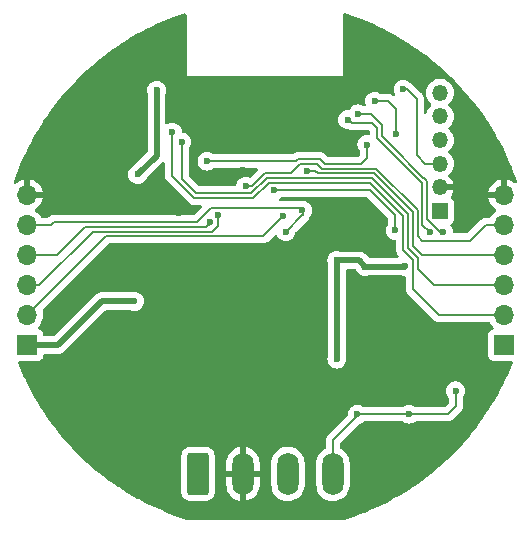
<source format=gbr>
%TF.GenerationSoftware,KiCad,Pcbnew,(7.0.0)*%
%TF.CreationDate,2023-03-19T21:05:42+01:00*%
%TF.ProjectId,ESP32-Touch_board,45535033-322d-4546-9f75-63685f626f61,rev?*%
%TF.SameCoordinates,Original*%
%TF.FileFunction,Copper,L2,Bot*%
%TF.FilePolarity,Positive*%
%FSLAX46Y46*%
G04 Gerber Fmt 4.6, Leading zero omitted, Abs format (unit mm)*
G04 Created by KiCad (PCBNEW (7.0.0)) date 2023-03-19 21:05:42*
%MOMM*%
%LPD*%
G01*
G04 APERTURE LIST*
G04 Aperture macros list*
%AMRoundRect*
0 Rectangle with rounded corners*
0 $1 Rounding radius*
0 $2 $3 $4 $5 $6 $7 $8 $9 X,Y pos of 4 corners*
0 Add a 4 corners polygon primitive as box body*
4,1,4,$2,$3,$4,$5,$6,$7,$8,$9,$2,$3,0*
0 Add four circle primitives for the rounded corners*
1,1,$1+$1,$2,$3*
1,1,$1+$1,$4,$5*
1,1,$1+$1,$6,$7*
1,1,$1+$1,$8,$9*
0 Add four rect primitives between the rounded corners*
20,1,$1+$1,$2,$3,$4,$5,0*
20,1,$1+$1,$4,$5,$6,$7,0*
20,1,$1+$1,$6,$7,$8,$9,0*
20,1,$1+$1,$8,$9,$2,$3,0*%
G04 Aperture macros list end*
%TA.AperFunction,ComponentPad*%
%ADD10RoundRect,0.250000X-0.650000X-1.550000X0.650000X-1.550000X0.650000X1.550000X-0.650000X1.550000X0*%
%TD*%
%TA.AperFunction,ComponentPad*%
%ADD11O,1.800000X3.600000*%
%TD*%
%TA.AperFunction,ComponentPad*%
%ADD12R,1.350000X1.350000*%
%TD*%
%TA.AperFunction,ComponentPad*%
%ADD13O,1.350000X1.350000*%
%TD*%
%TA.AperFunction,ComponentPad*%
%ADD14R,1.700000X1.700000*%
%TD*%
%TA.AperFunction,ComponentPad*%
%ADD15O,1.700000X1.700000*%
%TD*%
%TA.AperFunction,ViaPad*%
%ADD16C,0.600000*%
%TD*%
%TA.AperFunction,Conductor*%
%ADD17C,0.500000*%
%TD*%
%TA.AperFunction,Conductor*%
%ADD18C,0.200000*%
%TD*%
G04 APERTURE END LIST*
D10*
%TO.P,J1,1,Pin_1*%
%TO.N,Net-(J1-Pin_1)*%
X67185000Y-130800000D03*
D11*
%TO.P,J1,2,Pin_2*%
%TO.N,GND*%
X70994999Y-130799999D03*
%TO.P,J1,3,Pin_3*%
%TO.N,CAN_H*%
X74804999Y-130799999D03*
%TO.P,J1,4,Pin_4*%
%TO.N,CAN_L*%
X78614999Y-130799999D03*
%TD*%
D12*
%TO.P,J5,1,Pin_1*%
%TO.N,+3V3*%
X87664999Y-108534999D03*
D13*
%TO.P,J5,2,Pin_2*%
%TO.N,GND*%
X87664999Y-106534999D03*
%TO.P,J5,3,Pin_3*%
%TO.N,DTR*%
X87664999Y-104534999D03*
%TO.P,J5,4,Pin_4*%
%TO.N,RTS*%
X87664999Y-102534999D03*
%TO.P,J5,5,Pin_5*%
%TO.N,Net-(J5-Pin_5)*%
X87664999Y-100534999D03*
%TO.P,J5,6,Pin_6*%
%TO.N,Net-(J5-Pin_6)*%
X87664999Y-98534999D03*
%TD*%
D14*
%TO.P,J4,1,Pin_1*%
%TO.N,+3V3*%
X52729999Y-119884999D03*
D15*
%TO.P,J4,2,Pin_2*%
%TO.N,1-WIRE*%
X52729999Y-117344999D03*
%TO.P,J4,3,Pin_3*%
%TO.N,SDA*%
X52729999Y-114804999D03*
%TO.P,J4,4,Pin_4*%
%TO.N,SCL*%
X52729999Y-112264999D03*
%TO.P,J4,5,Pin_5*%
%TO.N,GPIO8*%
X52729999Y-109724999D03*
%TO.P,J4,6,Pin_6*%
%TO.N,GND*%
X52729999Y-107184999D03*
%TD*%
D14*
%TO.P,J2,1,Pin_1*%
%TO.N,+3V3*%
X93089999Y-119884999D03*
D15*
%TO.P,J2,2,Pin_2*%
%TO.N,TOUCH_1*%
X93089999Y-117344999D03*
%TO.P,J2,3,Pin_3*%
%TO.N,TOUCH_2*%
X93089999Y-114804999D03*
%TO.P,J2,4,Pin_4*%
%TO.N,TOUCH_3*%
X93089999Y-112264999D03*
%TO.P,J2,5,Pin_5*%
%TO.N,TOUCH_4*%
X93089999Y-109724999D03*
%TO.P,J2,6,Pin_6*%
%TO.N,GND*%
X93089999Y-107184999D03*
%TD*%
D16*
%TO.N,GND*%
X77030000Y-100670000D03*
X81070000Y-132830000D03*
X74320000Y-126570000D03*
X78580000Y-124890000D03*
X68770000Y-105770000D03*
X61500000Y-131760000D03*
X78990000Y-111140000D03*
X80340000Y-103610000D03*
X82000000Y-122440000D03*
X82010000Y-124480000D03*
X59250000Y-122990000D03*
X54970000Y-125040000D03*
X55070000Y-103930000D03*
X68680000Y-102390000D03*
X70900000Y-100830000D03*
X57580000Y-99390000D03*
X83630000Y-131400000D03*
X64640000Y-94940000D03*
X65560000Y-108690000D03*
X59660000Y-107720000D03*
X86110000Y-130290000D03*
X72860000Y-100820000D03*
X54830000Y-118290000D03*
X54950000Y-123340000D03*
X86850000Y-96680000D03*
X58240000Y-106170000D03*
X59770000Y-101460000D03*
X76300000Y-124750000D03*
X89860000Y-105220000D03*
X92300000Y-104200000D03*
X72890000Y-102750000D03*
X89810000Y-102850000D03*
X81250000Y-109820000D03*
X67020000Y-127640000D03*
X59250000Y-124140000D03*
X82630000Y-109880000D03*
X71020000Y-126780000D03*
X76940000Y-102440000D03*
X65400000Y-96900000D03*
X65090000Y-107640000D03*
X90270000Y-121060000D03*
X74900000Y-100850000D03*
X79950000Y-107630000D03*
X88620000Y-121060000D03*
X70850000Y-102690000D03*
X82000000Y-119950000D03*
X70970000Y-105090000D03*
X63640000Y-108480000D03*
X92210000Y-123180000D03*
X90350000Y-101060000D03*
X55820000Y-101620000D03*
X60090000Y-112430000D03*
X88250000Y-128100000D03*
X54920000Y-121640000D03*
X65440000Y-112490000D03*
X58620000Y-112960000D03*
X63660000Y-112530000D03*
X68710000Y-99860000D03*
X59980000Y-104160000D03*
X90520000Y-107020000D03*
X59590000Y-97990000D03*
X69440000Y-127660000D03*
X74820000Y-102780000D03*
X92330000Y-122020000D03*
X89440000Y-99590000D03*
X74170000Y-124770000D03*
X55730000Y-106240000D03*
X77610000Y-123030000D03*
X91370000Y-102260000D03*
X86780000Y-121070000D03*
X56860000Y-107700000D03*
X73350000Y-99130000D03*
X71370000Y-99100000D03*
X63830000Y-106430000D03*
X63180000Y-132500000D03*
X57470000Y-104390000D03*
X57860000Y-101270000D03*
X54810000Y-116900000D03*
X75140000Y-123010000D03*
X72700000Y-127430000D03*
X76280000Y-99230000D03*
X53360000Y-122690000D03*
X62450000Y-95060000D03*
%TO.N,+3V3*%
X84680000Y-113220000D03*
X81350000Y-113240000D03*
X61800000Y-116180000D03*
X78940000Y-121070000D03*
X62080000Y-105450000D03*
X78940000Y-112730000D03*
X63690000Y-98330000D03*
%TO.N,CHIP_PU*%
X67950000Y-104320000D03*
X81490500Y-102911143D03*
%TO.N,CAN_L*%
X80690000Y-125760000D03*
X88990000Y-123780000D03*
X85080000Y-125740000D03*
%TO.N,Net-(Q1-B)*%
X83910000Y-102020000D03*
X82140000Y-99240000D03*
%TO.N,DTR*%
X84560000Y-98240000D03*
%TO.N,GPIO8*%
X76030000Y-108490000D03*
X74630000Y-110290000D03*
%TO.N,RXDO*%
X80740000Y-100310000D03*
X87960000Y-110320000D03*
%TO.N,TXDO*%
X79860000Y-100800000D03*
X86800000Y-110340000D03*
%TO.N,TX_CAN*%
X73660000Y-106780000D03*
X83890000Y-110180000D03*
%TO.N,TOUCH_1*%
X65010000Y-101880000D03*
%TO.N,TOUCH_2*%
X65810000Y-102700000D03*
%TO.N,SCL*%
X68170000Y-109470000D03*
%TO.N,SDA*%
X68880000Y-108880000D03*
%TO.N,TOUCH_4*%
X71230000Y-106440500D03*
%TO.N,1-WIRE*%
X74420000Y-108980000D03*
%TO.N,TOUCH_3*%
X76380000Y-105150000D03*
%TD*%
D17*
%TO.N,+3V3*%
X63680000Y-103850000D02*
X62080000Y-105450000D01*
X78940000Y-112730000D02*
X80840000Y-112730000D01*
X84630000Y-113240000D02*
X84680000Y-113220000D01*
X84670000Y-113240000D02*
X84650000Y-113240000D01*
X61800000Y-116180000D02*
X59040000Y-116180000D01*
X78940000Y-112730000D02*
X78940000Y-121070000D01*
X55335000Y-119885000D02*
X52730000Y-119885000D01*
X84680000Y-113220000D02*
X84670000Y-113240000D01*
X59040000Y-116180000D02*
X55335000Y-119885000D01*
X81350000Y-113240000D02*
X84630000Y-113240000D01*
X80840000Y-112730000D02*
X81350000Y-113240000D01*
X63690000Y-98330000D02*
X63680000Y-98340000D01*
X63680000Y-98340000D02*
X63680000Y-103850000D01*
D18*
%TO.N,CHIP_PU*%
X75484314Y-104320000D02*
X75654315Y-104150000D01*
X81020000Y-104550000D02*
X81490500Y-104079500D01*
X77520000Y-104150000D02*
X77920000Y-104550000D01*
X77920000Y-104550000D02*
X81020000Y-104550000D01*
X67950000Y-104320000D02*
X75484314Y-104320000D01*
X75654315Y-104150000D02*
X77520000Y-104150000D01*
X81490500Y-104079500D02*
X81490500Y-102911143D01*
%TO.N,CAN_L*%
X88990000Y-123780000D02*
X89010000Y-123800000D01*
X89010000Y-123800000D02*
X89010000Y-125060000D01*
X79680000Y-126870000D02*
X80690000Y-125860000D01*
X80690000Y-125860000D02*
X80690000Y-125760000D01*
X78615000Y-130800000D02*
X78615000Y-127935000D01*
X80690000Y-125760000D02*
X85060000Y-125760000D01*
X89010000Y-125060000D02*
X88330000Y-125740000D01*
X78615000Y-127935000D02*
X79680000Y-126870000D01*
X88330000Y-125740000D02*
X85080000Y-125740000D01*
X85060000Y-125760000D02*
X85080000Y-125740000D01*
%TO.N,Net-(Q1-B)*%
X83910000Y-102020000D02*
X83910000Y-99880000D01*
X83420000Y-99390000D02*
X83270000Y-99240000D01*
X83270000Y-99240000D02*
X82140000Y-99240000D01*
X83910000Y-99880000D02*
X83420000Y-99390000D01*
%TO.N,DTR*%
X85690000Y-99020000D02*
X85480000Y-98810000D01*
X86405000Y-104535000D02*
X85690000Y-103820000D01*
X85690000Y-103820000D02*
X85690000Y-99020000D01*
X87665000Y-104535000D02*
X86405000Y-104535000D01*
X85480000Y-98810000D02*
X84910000Y-98240000D01*
X84910000Y-98240000D02*
X84560000Y-98240000D01*
%TO.N,GPIO8*%
X74630000Y-110290000D02*
X76030000Y-108890000D01*
X75820000Y-108280000D02*
X68300000Y-108280000D01*
X76040000Y-108890000D02*
X76040000Y-108500000D01*
X54725000Y-109725000D02*
X54970000Y-109480000D01*
X67100000Y-109480000D02*
X54970000Y-109480000D01*
X76040000Y-108500000D02*
X76030000Y-108490000D01*
X76030000Y-108490000D02*
X75820000Y-108280000D01*
X68300000Y-108280000D02*
X67100000Y-109480000D01*
X52730000Y-109725000D02*
X54725000Y-109725000D01*
X76030000Y-108890000D02*
X76040000Y-108890000D01*
%TO.N,RXDO*%
X87960000Y-110320000D02*
X87640000Y-110320000D01*
X81840000Y-100310000D02*
X82750000Y-101220000D01*
X82750000Y-102200000D02*
X83610000Y-103060000D01*
X86580000Y-106030001D02*
X86095000Y-105545000D01*
X82750000Y-101220000D02*
X82750000Y-102200000D01*
X87640000Y-110320000D02*
X86580000Y-109260000D01*
X83610000Y-103060000D02*
X86095000Y-105545000D01*
X86580000Y-109260000D02*
X86580000Y-106030001D01*
X86095000Y-105545000D02*
X86420000Y-105870000D01*
X80740000Y-100310000D02*
X81840000Y-100310000D01*
%TO.N,TXDO*%
X82350000Y-101530000D02*
X81880000Y-101060000D01*
X82350000Y-102365686D02*
X82350000Y-101530000D01*
X80205043Y-101060000D02*
X79945043Y-100800000D01*
X86180000Y-109720000D02*
X86180000Y-106195686D01*
X79945043Y-100800000D02*
X79860000Y-100800000D01*
X86180000Y-106195686D02*
X82350000Y-102365686D01*
X81880000Y-101060000D02*
X80205043Y-101060000D01*
X86800000Y-110340000D02*
X86180000Y-109720000D01*
%TO.N,TX_CAN*%
X81760000Y-106780000D02*
X83610000Y-108630000D01*
X83610000Y-108630000D02*
X83890000Y-108910000D01*
X73660000Y-106780000D02*
X81760000Y-106780000D01*
X83890000Y-108910000D02*
X83890000Y-110180000D01*
%TO.N,TOUCH_1*%
X73170000Y-106150000D02*
X81780000Y-106150000D01*
X84580000Y-111850000D02*
X85390000Y-112660000D01*
X87585000Y-117345000D02*
X93090000Y-117345000D01*
X66870000Y-107440000D02*
X71880000Y-107440000D01*
X65000000Y-105570000D02*
X66870000Y-107440000D01*
X85390000Y-115150000D02*
X87585000Y-117345000D01*
X65000000Y-101890000D02*
X65000000Y-105570000D01*
X81780000Y-106150000D02*
X84580000Y-108950000D01*
X85390000Y-112660000D02*
X85390000Y-115150000D01*
X65010000Y-101880000D02*
X65000000Y-101890000D01*
X71880000Y-107440000D02*
X73170000Y-106150000D01*
X84580000Y-108950000D02*
X84580000Y-111850000D01*
%TO.N,TOUCH_2*%
X87175000Y-114805000D02*
X93090000Y-114805000D01*
X85790000Y-112494315D02*
X85790000Y-113420000D01*
X84980000Y-108784314D02*
X84980000Y-111684314D01*
X81945686Y-105750000D02*
X84980000Y-108784314D01*
X73004314Y-105750000D02*
X81945686Y-105750000D01*
X65810000Y-105810000D02*
X67040000Y-107040000D01*
X65810000Y-102700000D02*
X65810000Y-105810000D01*
X85790000Y-113420000D02*
X87175000Y-114805000D01*
X84980000Y-111684314D02*
X85790000Y-112494315D01*
X67040000Y-107040000D02*
X71714314Y-107040000D01*
X71714314Y-107040000D02*
X73004314Y-105750000D01*
%TO.N,SCL*%
X57660000Y-109880000D02*
X55275000Y-112265000D01*
X68170000Y-109600000D02*
X67890000Y-109880000D01*
X67890000Y-109880000D02*
X57660000Y-109880000D01*
X55275000Y-112265000D02*
X52730000Y-112265000D01*
X68170000Y-109470000D02*
X68170000Y-109600000D01*
%TO.N,SDA*%
X68390000Y-110280000D02*
X68880000Y-109790000D01*
X52730000Y-114805000D02*
X53755000Y-114805000D01*
X53755000Y-114805000D02*
X58280000Y-110280000D01*
X58280000Y-110280000D02*
X68390000Y-110280000D01*
X68880000Y-109790000D02*
X68880000Y-108880000D01*
%TO.N,TOUCH_4*%
X90215000Y-111040000D02*
X91530000Y-109725000D01*
X85780000Y-108452944D02*
X85780000Y-110690000D01*
X75820000Y-104550000D02*
X77300000Y-104550000D01*
X77300000Y-104550000D02*
X77700000Y-104950000D01*
X85780000Y-110690000D02*
X86130000Y-111040000D01*
X71230000Y-106440500D02*
X71748128Y-106440500D01*
X71748128Y-106440500D02*
X72838629Y-105350000D01*
X72838629Y-105350000D02*
X75020000Y-105350000D01*
X86130000Y-111040000D02*
X90215000Y-111040000D01*
X77700000Y-104950000D02*
X82277058Y-104950000D01*
X91530000Y-109725000D02*
X93090000Y-109725000D01*
X82277058Y-104950000D02*
X85780000Y-108452944D01*
X75020000Y-105350000D02*
X75820000Y-104550000D01*
%TO.N,1-WIRE*%
X72730000Y-110680000D02*
X59395000Y-110680000D01*
X74420000Y-108980000D02*
X74420000Y-108990000D01*
X74420000Y-108990000D02*
X72730000Y-110680000D01*
X59395000Y-110680000D02*
X52730000Y-117345000D01*
%TO.N,TOUCH_3*%
X77120000Y-105150000D02*
X77320000Y-105350000D01*
X85380000Y-108618629D02*
X85380000Y-111518628D01*
X82111372Y-105350000D02*
X85380000Y-108618629D01*
X76380000Y-105150000D02*
X77120000Y-105150000D01*
X77320000Y-105350000D02*
X82111372Y-105350000D01*
X85380000Y-111518628D02*
X86126372Y-112265000D01*
X86126372Y-112265000D02*
X93090000Y-112265000D01*
%TD*%
%TA.AperFunction,Conductor*%
%TO.N,GND*%
G36*
X81507356Y-107389939D02*
G01*
X81547584Y-107416819D01*
X83253181Y-109122416D01*
X83280061Y-109162644D01*
X83289500Y-109210097D01*
X83289500Y-109598838D01*
X83282541Y-109639793D01*
X83263281Y-109674640D01*
X83260184Y-109677738D01*
X83256483Y-109683627D01*
X83256479Y-109683633D01*
X83167912Y-109824587D01*
X83167910Y-109824590D01*
X83164211Y-109830478D01*
X83161915Y-109837036D01*
X83161913Y-109837043D01*
X83106930Y-109994175D01*
X83106928Y-109994182D01*
X83104632Y-110000745D01*
X83103852Y-110007662D01*
X83103852Y-110007665D01*
X83088078Y-110147665D01*
X83084435Y-110180000D01*
X83085215Y-110186923D01*
X83103700Y-110350989D01*
X83104632Y-110359255D01*
X83106928Y-110365819D01*
X83106930Y-110365824D01*
X83161913Y-110522956D01*
X83164211Y-110529522D01*
X83167912Y-110535412D01*
X83237029Y-110645412D01*
X83260184Y-110682262D01*
X83387738Y-110809816D01*
X83540478Y-110905789D01*
X83710745Y-110965368D01*
X83869383Y-110983242D01*
X83925352Y-111004008D01*
X83965130Y-111048521D01*
X83979500Y-111106462D01*
X83979500Y-111802513D01*
X83978438Y-111818698D01*
X83974318Y-111850000D01*
X83975379Y-111858059D01*
X83987076Y-111946910D01*
X83993894Y-111998701D01*
X83993895Y-111998706D01*
X83994956Y-112006762D01*
X84055464Y-112152841D01*
X84151718Y-112278282D01*
X84154210Y-112280194D01*
X84183005Y-112327182D01*
X84187547Y-112384898D01*
X84165392Y-112438385D01*
X84121369Y-112475985D01*
X84065074Y-112489500D01*
X81712229Y-112489500D01*
X81664776Y-112480061D01*
X81624548Y-112453181D01*
X81415729Y-112244361D01*
X81403947Y-112230727D01*
X81393925Y-112217265D01*
X81393921Y-112217261D01*
X81389610Y-112211470D01*
X81351667Y-112179631D01*
X81343691Y-112172323D01*
X81342329Y-112170961D01*
X81339777Y-112168409D01*
X81336953Y-112166176D01*
X81336944Y-112166168D01*
X81315445Y-112149170D01*
X81312674Y-112146913D01*
X81255214Y-112098698D01*
X81248760Y-112095456D01*
X81245859Y-112093548D01*
X81245588Y-112093352D01*
X81245292Y-112093187D01*
X81242339Y-112091366D01*
X81236677Y-112086889D01*
X81230134Y-112083838D01*
X81230131Y-112083836D01*
X81168692Y-112055186D01*
X81165446Y-112053615D01*
X81104884Y-112023200D01*
X81104885Y-112023200D01*
X81098433Y-112019960D01*
X81091409Y-112018295D01*
X81088151Y-112017109D01*
X81087832Y-112016977D01*
X81087504Y-112016884D01*
X81084218Y-112015795D01*
X81077673Y-112012743D01*
X81070604Y-112011283D01*
X81070600Y-112011282D01*
X81004212Y-111997574D01*
X81000691Y-111996794D01*
X80934741Y-111981163D01*
X80934734Y-111981162D01*
X80927721Y-111979500D01*
X80920510Y-111979500D01*
X80917061Y-111979097D01*
X80916727Y-111979043D01*
X80916374Y-111979028D01*
X80912929Y-111978726D01*
X80905856Y-111977266D01*
X80898638Y-111977476D01*
X80830870Y-111979448D01*
X80827263Y-111979500D01*
X79239972Y-111979500D01*
X79199017Y-111972542D01*
X79125824Y-111946930D01*
X79125819Y-111946928D01*
X79119255Y-111944632D01*
X79112335Y-111943852D01*
X79112334Y-111943852D01*
X78946923Y-111925215D01*
X78940000Y-111924435D01*
X78933077Y-111925215D01*
X78767665Y-111943852D01*
X78767662Y-111943852D01*
X78760745Y-111944632D01*
X78754182Y-111946928D01*
X78754175Y-111946930D01*
X78597043Y-112001913D01*
X78597036Y-112001915D01*
X78590478Y-112004211D01*
X78584590Y-112007910D01*
X78584587Y-112007912D01*
X78443638Y-112096476D01*
X78443633Y-112096479D01*
X78437738Y-112100184D01*
X78432813Y-112105108D01*
X78432809Y-112105112D01*
X78315112Y-112222809D01*
X78315108Y-112222813D01*
X78310184Y-112227738D01*
X78306479Y-112233633D01*
X78306476Y-112233638D01*
X78217912Y-112374587D01*
X78217910Y-112374590D01*
X78214211Y-112380478D01*
X78211915Y-112387036D01*
X78211913Y-112387043D01*
X78156930Y-112544175D01*
X78156928Y-112544182D01*
X78154632Y-112550745D01*
X78134435Y-112730000D01*
X78154632Y-112909255D01*
X78156928Y-112915819D01*
X78156930Y-112915824D01*
X78182542Y-112989017D01*
X78189500Y-113029972D01*
X78189500Y-120770028D01*
X78182542Y-120810983D01*
X78156930Y-120884175D01*
X78156928Y-120884182D01*
X78154632Y-120890745D01*
X78134435Y-121070000D01*
X78135215Y-121076923D01*
X78152054Y-121226379D01*
X78154632Y-121249255D01*
X78156928Y-121255819D01*
X78156930Y-121255824D01*
X78208759Y-121403942D01*
X78214211Y-121419522D01*
X78217912Y-121425412D01*
X78304287Y-121562878D01*
X78310184Y-121572262D01*
X78437738Y-121699816D01*
X78590478Y-121795789D01*
X78760745Y-121855368D01*
X78940000Y-121875565D01*
X79119255Y-121855368D01*
X79289522Y-121795789D01*
X79442262Y-121699816D01*
X79569816Y-121572262D01*
X79665789Y-121419522D01*
X79725368Y-121249255D01*
X79745565Y-121070000D01*
X79725368Y-120890745D01*
X79697457Y-120810982D01*
X79690500Y-120770028D01*
X79690500Y-113604500D01*
X79707113Y-113542500D01*
X79752500Y-113497113D01*
X79814500Y-113480500D01*
X80477770Y-113480500D01*
X80525223Y-113489939D01*
X80565451Y-113516819D01*
X80598030Y-113549398D01*
X80621983Y-113583156D01*
X80624211Y-113589522D01*
X80627915Y-113595416D01*
X80627917Y-113595421D01*
X80633622Y-113604500D01*
X80720184Y-113742262D01*
X80847738Y-113869816D01*
X81000478Y-113965789D01*
X81170745Y-114025368D01*
X81350000Y-114045565D01*
X81529255Y-114025368D01*
X81609017Y-113997457D01*
X81649972Y-113990500D01*
X84437188Y-113990500D01*
X84478141Y-113997458D01*
X84500745Y-114005368D01*
X84679384Y-114025495D01*
X84735351Y-114046261D01*
X84775130Y-114090774D01*
X84789500Y-114148715D01*
X84789500Y-115102513D01*
X84788438Y-115118698D01*
X84784318Y-115150000D01*
X84785379Y-115158059D01*
X84789500Y-115189361D01*
X84803894Y-115298702D01*
X84803895Y-115298708D01*
X84804956Y-115306762D01*
X84808065Y-115314268D01*
X84808066Y-115314271D01*
X84857373Y-115433308D01*
X84865464Y-115452841D01*
X84961718Y-115578282D01*
X84983464Y-115594968D01*
X84986769Y-115597504D01*
X84998964Y-115608199D01*
X87126799Y-117736034D01*
X87137489Y-117748222D01*
X87156718Y-117773282D01*
X87202828Y-117808663D01*
X87282159Y-117869536D01*
X87428238Y-117930044D01*
X87585000Y-117950682D01*
X87593059Y-117949621D01*
X87616302Y-117946561D01*
X87632487Y-117945500D01*
X91800909Y-117945500D01*
X91867536Y-117964921D01*
X91910263Y-118013645D01*
X91910971Y-118013237D01*
X91913024Y-118016793D01*
X91913293Y-118017100D01*
X91915965Y-118022830D01*
X91919064Y-118027257D01*
X91919066Y-118027259D01*
X92048399Y-118211966D01*
X92048400Y-118211967D01*
X92051505Y-118216401D01*
X92055335Y-118220231D01*
X92055336Y-118220232D01*
X92173430Y-118338326D01*
X92204726Y-118391072D01*
X92206915Y-118452365D01*
X92179462Y-118507210D01*
X92129083Y-118542189D01*
X92041213Y-118574963D01*
X91997669Y-118591204D01*
X91990572Y-118596516D01*
X91990568Y-118596519D01*
X91889550Y-118672141D01*
X91889546Y-118672144D01*
X91882454Y-118677454D01*
X91877144Y-118684546D01*
X91877141Y-118684550D01*
X91801519Y-118785568D01*
X91801516Y-118785572D01*
X91796204Y-118792669D01*
X91793104Y-118800978D01*
X91793104Y-118800980D01*
X91748620Y-118920247D01*
X91748619Y-118920250D01*
X91745909Y-118927517D01*
X91745079Y-118935227D01*
X91745079Y-118935232D01*
X91739855Y-118983819D01*
X91739854Y-118983831D01*
X91739500Y-118987127D01*
X91739500Y-118990448D01*
X91739500Y-118990449D01*
X91739500Y-120779560D01*
X91739500Y-120779578D01*
X91739501Y-120782872D01*
X91739853Y-120786150D01*
X91739854Y-120786161D01*
X91745079Y-120834768D01*
X91745080Y-120834773D01*
X91745909Y-120842483D01*
X91748619Y-120849749D01*
X91748620Y-120849753D01*
X91782217Y-120939831D01*
X91796204Y-120977331D01*
X91801518Y-120984430D01*
X91801519Y-120984431D01*
X91870758Y-121076923D01*
X91882454Y-121092546D01*
X91997669Y-121178796D01*
X92132517Y-121229091D01*
X92192127Y-121235500D01*
X93706107Y-121235499D01*
X93763742Y-121249708D01*
X93808169Y-121289077D01*
X93829207Y-121344585D01*
X93822033Y-121403511D01*
X93763175Y-121558541D01*
X93761435Y-121562878D01*
X93567722Y-122020368D01*
X93567509Y-122020868D01*
X93398650Y-122414843D01*
X93396821Y-122418906D01*
X93187427Y-122862704D01*
X93187101Y-122863391D01*
X92999201Y-123255386D01*
X92997303Y-123259176D01*
X92771779Y-123691136D01*
X92771323Y-123692001D01*
X92565518Y-124078724D01*
X92563572Y-124082243D01*
X92321812Y-124503036D01*
X92321212Y-124504069D01*
X92098320Y-124883507D01*
X92096343Y-124886757D01*
X91838527Y-125296339D01*
X91837768Y-125297530D01*
X91598411Y-125668349D01*
X91596422Y-125671334D01*
X91322820Y-126069447D01*
X91321888Y-126070784D01*
X91066669Y-126431885D01*
X91064687Y-126434610D01*
X90775647Y-126820856D01*
X90774530Y-126822327D01*
X90503903Y-127172954D01*
X90501945Y-127175424D01*
X90197892Y-127549313D01*
X90196577Y-127550904D01*
X89911243Y-127890079D01*
X89909327Y-127892302D01*
X89590545Y-128253526D01*
X89589019Y-128255223D01*
X89289559Y-128582221D01*
X89287702Y-128584205D01*
X88954729Y-128932174D01*
X88952983Y-128933962D01*
X88639949Y-129248162D01*
X88638167Y-129249915D01*
X88291472Y-129584150D01*
X88289496Y-129586014D01*
X87963549Y-129886748D01*
X87961857Y-129888280D01*
X87601883Y-130208349D01*
X87599668Y-130210273D01*
X87261533Y-130496889D01*
X87259947Y-130498211D01*
X86887151Y-130803687D01*
X86884687Y-130805653D01*
X86535132Y-131077534D01*
X86533666Y-131078657D01*
X86148509Y-131369123D01*
X86145792Y-131371115D01*
X85785582Y-131627720D01*
X85784248Y-131628657D01*
X85387181Y-131903721D01*
X85384203Y-131905721D01*
X85014244Y-132146477D01*
X85013056Y-132147240D01*
X84604495Y-132406542D01*
X84601253Y-132408531D01*
X84222575Y-132632877D01*
X84221543Y-132633481D01*
X83801723Y-132876764D01*
X83798212Y-132878724D01*
X83412299Y-133085943D01*
X83411436Y-133086402D01*
X82980242Y-133313573D01*
X82976459Y-133315484D01*
X82585223Y-133504814D01*
X82584537Y-133505143D01*
X82141470Y-133716211D01*
X82137414Y-133718055D01*
X81744000Y-133888409D01*
X81743500Y-133888624D01*
X81286853Y-134083986D01*
X81282524Y-134085743D01*
X80895337Y-134234394D01*
X80895032Y-134234510D01*
X80417745Y-134416312D01*
X80413142Y-134417962D01*
X80088551Y-134527153D01*
X79564101Y-134703063D01*
X79524668Y-134709500D01*
X66325087Y-134709500D01*
X66286092Y-134703209D01*
X65762724Y-134529826D01*
X65762621Y-134529792D01*
X65435748Y-134421186D01*
X65431139Y-134419553D01*
X64953322Y-134239582D01*
X64953016Y-134239466D01*
X64565149Y-134092208D01*
X64560813Y-134090468D01*
X64103801Y-133896958D01*
X64103301Y-133896745D01*
X63708845Y-133727680D01*
X63704782Y-133725851D01*
X63261281Y-133516598D01*
X63260594Y-133516271D01*
X62868333Y-133328243D01*
X62864543Y-133326346D01*
X62439242Y-133104298D01*
X62432636Y-133100849D01*
X62431803Y-133100410D01*
X62420515Y-133094403D01*
X62161532Y-132956578D01*
X62045007Y-132894566D01*
X62041488Y-132892620D01*
X61902054Y-132812511D01*
X61620648Y-132650833D01*
X61619863Y-132650378D01*
X61333560Y-132482195D01*
X61240225Y-132427367D01*
X61236976Y-132425391D01*
X61191678Y-132396878D01*
X65784500Y-132396878D01*
X65784501Y-132400008D01*
X65784820Y-132403140D01*
X65784821Y-132403141D01*
X65794312Y-132496061D01*
X65794313Y-132496069D01*
X65795001Y-132502797D01*
X65797129Y-132509219D01*
X65797130Y-132509223D01*
X65844070Y-132650878D01*
X65850186Y-132669334D01*
X65853977Y-132675480D01*
X65938497Y-132812511D01*
X65938500Y-132812515D01*
X65942288Y-132818656D01*
X66066344Y-132942712D01*
X66072485Y-132946500D01*
X66072488Y-132946502D01*
X66088824Y-132956578D01*
X66215666Y-133034814D01*
X66382203Y-133089999D01*
X66484991Y-133100500D01*
X67885008Y-133100499D01*
X67987797Y-133089999D01*
X68154334Y-133034814D01*
X68303656Y-132942712D01*
X68427712Y-132818656D01*
X68519814Y-132669334D01*
X68574999Y-132502797D01*
X68585500Y-132400009D01*
X68585500Y-131756842D01*
X69595000Y-131756842D01*
X69595223Y-131762097D01*
X69609701Y-131932203D01*
X69611477Y-131942557D01*
X69668872Y-132162986D01*
X69672368Y-132172881D01*
X69766189Y-132380439D01*
X69771312Y-132389608D01*
X69898860Y-132578320D01*
X69905458Y-132586492D01*
X70063065Y-132750937D01*
X70070946Y-132757873D01*
X70254078Y-132893317D01*
X70263022Y-132898823D01*
X70466411Y-133001370D01*
X70476148Y-133005283D01*
X70693946Y-133071983D01*
X70704206Y-133074194D01*
X70727476Y-133077174D01*
X70741137Y-133075030D01*
X70744233Y-133064389D01*
X71245000Y-133064389D01*
X71247455Y-133075224D01*
X71258564Y-133075342D01*
X71401285Y-133044583D01*
X71411322Y-133041509D01*
X71622678Y-132956578D01*
X71632043Y-132951857D01*
X71826016Y-132832424D01*
X71834446Y-132826189D01*
X72005439Y-132675696D01*
X72012700Y-132668120D01*
X72155795Y-132490899D01*
X72161678Y-132482195D01*
X72272764Y-132283344D01*
X72277086Y-132273783D01*
X72352969Y-132059014D01*
X72355616Y-132048847D01*
X72394109Y-131824351D01*
X72395000Y-131813891D01*
X72395000Y-131759497D01*
X73404500Y-131759497D01*
X73404722Y-131762113D01*
X73404723Y-131762121D01*
X73419206Y-131932287D01*
X73419207Y-131932296D01*
X73419654Y-131937541D01*
X73479725Y-132168249D01*
X73481892Y-132173044D01*
X73481894Y-132173048D01*
X73575641Y-132380439D01*
X73577923Y-132385486D01*
X73711421Y-132583003D01*
X73876379Y-132755118D01*
X73880614Y-132758250D01*
X74063815Y-132893745D01*
X74063818Y-132893746D01*
X74068053Y-132896879D01*
X74280926Y-133004207D01*
X74508877Y-133074016D01*
X74745346Y-133104298D01*
X74983532Y-133094180D01*
X75216581Y-133043954D01*
X75437790Y-132955064D01*
X75640795Y-132830069D01*
X75819755Y-132672564D01*
X75969523Y-132487080D01*
X76085790Y-132278954D01*
X76165211Y-132054171D01*
X76205500Y-131819200D01*
X76205500Y-131759497D01*
X77214500Y-131759497D01*
X77214722Y-131762113D01*
X77214723Y-131762121D01*
X77229206Y-131932287D01*
X77229207Y-131932296D01*
X77229654Y-131937541D01*
X77289725Y-132168249D01*
X77291892Y-132173044D01*
X77291894Y-132173048D01*
X77385641Y-132380439D01*
X77387923Y-132385486D01*
X77521421Y-132583003D01*
X77686379Y-132755118D01*
X77690614Y-132758250D01*
X77873815Y-132893745D01*
X77873818Y-132893746D01*
X77878053Y-132896879D01*
X78090926Y-133004207D01*
X78318877Y-133074016D01*
X78555346Y-133104298D01*
X78793532Y-133094180D01*
X79026581Y-133043954D01*
X79247790Y-132955064D01*
X79450795Y-132830069D01*
X79629755Y-132672564D01*
X79779523Y-132487080D01*
X79895790Y-132278954D01*
X79975211Y-132054171D01*
X80015500Y-131819200D01*
X80015500Y-129840503D01*
X80000346Y-129662459D01*
X79940275Y-129431751D01*
X79842077Y-129214514D01*
X79708579Y-129016997D01*
X79543621Y-128844882D01*
X79450808Y-128776238D01*
X79356184Y-128706254D01*
X79356178Y-128706250D01*
X79351947Y-128703121D01*
X79283675Y-128668699D01*
X79233910Y-128622990D01*
X79215500Y-128557976D01*
X79215500Y-128235097D01*
X79224939Y-128187644D01*
X79251819Y-128147416D01*
X79646089Y-127753146D01*
X80132450Y-127266786D01*
X80132453Y-127266781D01*
X80825570Y-126573663D01*
X80872294Y-126544304D01*
X81039522Y-126485789D01*
X81192262Y-126389816D01*
X81195359Y-126386718D01*
X81230207Y-126367459D01*
X81271162Y-126360500D01*
X84527188Y-126360500D01*
X84593159Y-126379505D01*
X84730478Y-126465789D01*
X84900745Y-126525368D01*
X85080000Y-126545565D01*
X85259255Y-126525368D01*
X85429522Y-126465789D01*
X85582262Y-126369816D01*
X85585359Y-126366718D01*
X85620207Y-126347459D01*
X85661162Y-126340500D01*
X88282513Y-126340500D01*
X88298698Y-126341561D01*
X88330000Y-126345682D01*
X88486762Y-126325044D01*
X88632841Y-126264536D01*
X88700721Y-126212450D01*
X88758282Y-126168282D01*
X88777510Y-126143222D01*
X88788189Y-126131044D01*
X89401044Y-125518189D01*
X89413222Y-125507510D01*
X89438282Y-125488282D01*
X89534536Y-125362841D01*
X89595044Y-125216762D01*
X89610500Y-125099361D01*
X89615682Y-125060000D01*
X89611561Y-125028698D01*
X89610500Y-125012513D01*
X89610500Y-124332812D01*
X89629506Y-124266840D01*
X89715789Y-124129522D01*
X89775368Y-123959255D01*
X89795565Y-123780000D01*
X89775368Y-123600745D01*
X89715789Y-123430478D01*
X89619816Y-123277738D01*
X89492262Y-123150184D01*
X89339522Y-123054211D01*
X89332959Y-123051914D01*
X89332956Y-123051913D01*
X89175824Y-122996930D01*
X89175819Y-122996928D01*
X89169255Y-122994632D01*
X89162335Y-122993852D01*
X89162334Y-122993852D01*
X88996923Y-122975215D01*
X88990000Y-122974435D01*
X88983077Y-122975215D01*
X88817665Y-122993852D01*
X88817662Y-122993852D01*
X88810745Y-122994632D01*
X88804182Y-122996928D01*
X88804175Y-122996930D01*
X88647043Y-123051913D01*
X88647036Y-123051915D01*
X88640478Y-123054211D01*
X88634590Y-123057910D01*
X88634587Y-123057912D01*
X88493638Y-123146476D01*
X88493633Y-123146479D01*
X88487738Y-123150184D01*
X88482813Y-123155108D01*
X88482809Y-123155112D01*
X88365112Y-123272809D01*
X88365108Y-123272813D01*
X88360184Y-123277738D01*
X88356479Y-123283633D01*
X88356476Y-123283638D01*
X88267912Y-123424587D01*
X88267910Y-123424590D01*
X88264211Y-123430478D01*
X88261915Y-123437036D01*
X88261913Y-123437043D01*
X88206930Y-123594175D01*
X88206928Y-123594182D01*
X88204632Y-123600745D01*
X88184435Y-123780000D01*
X88204632Y-123959255D01*
X88206928Y-123965819D01*
X88206930Y-123965824D01*
X88237936Y-124054433D01*
X88264211Y-124129522D01*
X88360184Y-124282262D01*
X88365112Y-124287190D01*
X88373181Y-124295259D01*
X88400061Y-124335487D01*
X88409500Y-124382940D01*
X88409500Y-124759903D01*
X88400061Y-124807356D01*
X88373181Y-124847584D01*
X88117584Y-125103181D01*
X88077356Y-125130061D01*
X88029903Y-125139500D01*
X85661162Y-125139500D01*
X85620207Y-125132541D01*
X85585359Y-125113281D01*
X85582262Y-125110184D01*
X85565037Y-125099361D01*
X85435412Y-125017912D01*
X85429522Y-125014211D01*
X85422959Y-125011914D01*
X85422956Y-125011913D01*
X85265824Y-124956930D01*
X85265819Y-124956928D01*
X85259255Y-124954632D01*
X85252335Y-124953852D01*
X85252334Y-124953852D01*
X85086923Y-124935215D01*
X85080000Y-124934435D01*
X85073077Y-124935215D01*
X84907665Y-124953852D01*
X84907662Y-124953852D01*
X84900745Y-124954632D01*
X84894182Y-124956928D01*
X84894175Y-124956930D01*
X84737043Y-125011913D01*
X84737036Y-125011915D01*
X84730478Y-125014211D01*
X84724590Y-125017910D01*
X84724587Y-125017912D01*
X84583638Y-125106476D01*
X84583633Y-125106479D01*
X84577738Y-125110184D01*
X84572813Y-125115108D01*
X84572809Y-125115112D01*
X84564741Y-125123181D01*
X84524513Y-125150061D01*
X84477060Y-125159500D01*
X81271162Y-125159500D01*
X81230207Y-125152541D01*
X81195359Y-125133281D01*
X81192262Y-125130184D01*
X81164032Y-125112446D01*
X81045412Y-125037912D01*
X81039522Y-125034211D01*
X81032959Y-125031914D01*
X81032956Y-125031913D01*
X80875824Y-124976930D01*
X80875819Y-124976928D01*
X80869255Y-124974632D01*
X80862335Y-124973852D01*
X80862334Y-124973852D01*
X80696923Y-124955215D01*
X80690000Y-124954435D01*
X80683077Y-124955215D01*
X80517665Y-124973852D01*
X80517662Y-124973852D01*
X80510745Y-124974632D01*
X80504182Y-124976928D01*
X80504175Y-124976930D01*
X80347043Y-125031913D01*
X80347036Y-125031915D01*
X80340478Y-125034211D01*
X80334590Y-125037910D01*
X80334587Y-125037912D01*
X80193638Y-125126476D01*
X80193633Y-125126479D01*
X80187738Y-125130184D01*
X80182813Y-125135108D01*
X80182809Y-125135112D01*
X80065112Y-125252809D01*
X80065108Y-125252813D01*
X80060184Y-125257738D01*
X80056479Y-125263633D01*
X80056476Y-125263638D01*
X79967912Y-125404587D01*
X79967910Y-125404590D01*
X79964211Y-125410478D01*
X79961915Y-125417036D01*
X79961913Y-125417043D01*
X79906930Y-125574175D01*
X79906928Y-125574182D01*
X79904632Y-125580745D01*
X79903852Y-125587662D01*
X79903852Y-125587665D01*
X79889360Y-125716288D01*
X79884435Y-125760000D01*
X79885018Y-125765176D01*
X79875776Y-125811640D01*
X79848896Y-125851868D01*
X79283214Y-126417550D01*
X78223965Y-127476798D01*
X78211774Y-127487490D01*
X78193165Y-127501770D01*
X78193161Y-127501773D01*
X78186718Y-127506718D01*
X78181774Y-127513160D01*
X78181772Y-127513163D01*
X78162550Y-127538214D01*
X78162550Y-127538215D01*
X78095411Y-127625711D01*
X78095408Y-127625714D01*
X78090464Y-127632159D01*
X78087355Y-127639663D01*
X78087353Y-127639668D01*
X78033066Y-127770728D01*
X78033064Y-127770733D01*
X78029956Y-127778238D01*
X78028896Y-127786289D01*
X78028894Y-127786297D01*
X78015232Y-127890079D01*
X78009318Y-127935000D01*
X78010379Y-127943059D01*
X78013439Y-127966302D01*
X78014500Y-127982487D01*
X78014500Y-128555783D01*
X77998754Y-128616257D01*
X77955514Y-128661373D01*
X77783684Y-128767172D01*
X77783674Y-128767179D01*
X77779205Y-128769931D01*
X77775263Y-128773400D01*
X77775254Y-128773407D01*
X77604201Y-128923954D01*
X77600245Y-128927436D01*
X77596937Y-128931532D01*
X77596932Y-128931538D01*
X77453787Y-129108820D01*
X77453784Y-129108823D01*
X77450477Y-129112920D01*
X77447913Y-129117508D01*
X77447910Y-129117514D01*
X77336778Y-129316448D01*
X77336775Y-129316453D01*
X77334210Y-129321046D01*
X77332457Y-129326006D01*
X77332454Y-129326014D01*
X77256544Y-129540859D01*
X77256541Y-129540869D01*
X77254789Y-129545829D01*
X77253899Y-129551015D01*
X77253897Y-129551026D01*
X77215390Y-129775606D01*
X77215389Y-129775612D01*
X77214500Y-129780800D01*
X77214500Y-131759497D01*
X76205500Y-131759497D01*
X76205500Y-129840503D01*
X76190346Y-129662459D01*
X76130275Y-129431751D01*
X76032077Y-129214514D01*
X75898579Y-129016997D01*
X75733621Y-128844882D01*
X75640808Y-128776238D01*
X75546184Y-128706254D01*
X75546178Y-128706250D01*
X75541947Y-128703121D01*
X75537243Y-128700749D01*
X75537241Y-128700748D01*
X75383016Y-128622990D01*
X75329074Y-128595793D01*
X75284757Y-128582221D01*
X75106159Y-128527526D01*
X75106156Y-128527525D01*
X75101123Y-128525984D01*
X75076455Y-128522825D01*
X74869871Y-128496370D01*
X74869870Y-128496369D01*
X74864654Y-128495702D01*
X74859399Y-128495925D01*
X74859394Y-128495925D01*
X74631733Y-128505596D01*
X74631728Y-128505596D01*
X74626468Y-128505820D01*
X74621328Y-128506927D01*
X74621318Y-128506929D01*
X74398571Y-128554935D01*
X74398563Y-128554937D01*
X74393419Y-128556046D01*
X74388532Y-128558009D01*
X74388528Y-128558011D01*
X74177091Y-128642974D01*
X74177084Y-128642977D01*
X74172210Y-128644936D01*
X74167738Y-128647689D01*
X74167731Y-128647693D01*
X73973684Y-128767172D01*
X73973674Y-128767179D01*
X73969205Y-128769931D01*
X73965263Y-128773400D01*
X73965254Y-128773407D01*
X73794201Y-128923954D01*
X73790245Y-128927436D01*
X73786937Y-128931532D01*
X73786932Y-128931538D01*
X73643787Y-129108820D01*
X73643784Y-129108823D01*
X73640477Y-129112920D01*
X73637913Y-129117508D01*
X73637910Y-129117514D01*
X73526778Y-129316448D01*
X73526775Y-129316453D01*
X73524210Y-129321046D01*
X73522457Y-129326006D01*
X73522454Y-129326014D01*
X73446544Y-129540859D01*
X73446541Y-129540869D01*
X73444789Y-129545829D01*
X73443899Y-129551015D01*
X73443897Y-129551026D01*
X73405390Y-129775606D01*
X73405389Y-129775612D01*
X73404500Y-129780800D01*
X73404500Y-131759497D01*
X72395000Y-131759497D01*
X72395000Y-131066326D01*
X72391549Y-131053450D01*
X72378674Y-131050000D01*
X71261326Y-131050000D01*
X71248450Y-131053450D01*
X71245000Y-131066326D01*
X71245000Y-133064389D01*
X70744233Y-133064389D01*
X70745000Y-133061752D01*
X70745000Y-131066326D01*
X70741549Y-131053450D01*
X70728674Y-131050000D01*
X69611326Y-131050000D01*
X69598450Y-131053450D01*
X69595000Y-131066326D01*
X69595000Y-131756842D01*
X68585500Y-131756842D01*
X68585499Y-130533674D01*
X69595000Y-130533674D01*
X69598450Y-130546549D01*
X69611326Y-130550000D01*
X70728674Y-130550000D01*
X70741549Y-130546549D01*
X70745000Y-130533674D01*
X71245000Y-130533674D01*
X71248450Y-130546549D01*
X71261326Y-130550000D01*
X72378674Y-130550000D01*
X72391549Y-130546549D01*
X72395000Y-130533674D01*
X72395000Y-129843158D01*
X72394776Y-129837902D01*
X72380298Y-129667796D01*
X72378522Y-129657442D01*
X72321127Y-129437013D01*
X72317631Y-129427118D01*
X72223810Y-129219560D01*
X72218687Y-129210391D01*
X72091139Y-129021679D01*
X72084541Y-129013507D01*
X71926934Y-128849062D01*
X71919053Y-128842126D01*
X71735921Y-128706682D01*
X71726977Y-128701176D01*
X71523588Y-128598629D01*
X71513851Y-128594716D01*
X71296053Y-128528016D01*
X71285793Y-128525805D01*
X71262523Y-128522825D01*
X71248862Y-128524969D01*
X71245000Y-128538248D01*
X71245000Y-130533674D01*
X70745000Y-130533674D01*
X70745000Y-128535611D01*
X70742544Y-128524775D01*
X70731435Y-128524657D01*
X70588714Y-128555416D01*
X70578677Y-128558490D01*
X70367321Y-128643421D01*
X70357956Y-128648142D01*
X70163983Y-128767575D01*
X70155553Y-128773810D01*
X69984560Y-128924303D01*
X69977299Y-128931879D01*
X69834204Y-129109100D01*
X69828321Y-129117804D01*
X69717235Y-129316655D01*
X69712913Y-129326216D01*
X69637030Y-129540985D01*
X69634383Y-129551152D01*
X69595890Y-129775648D01*
X69595000Y-129786109D01*
X69595000Y-130533674D01*
X68585499Y-130533674D01*
X68585499Y-129199992D01*
X68574999Y-129097203D01*
X68519814Y-128930666D01*
X68427712Y-128781344D01*
X68303656Y-128657288D01*
X68297515Y-128653500D01*
X68297511Y-128653497D01*
X68160480Y-128568977D01*
X68154334Y-128565186D01*
X68132681Y-128558011D01*
X67994225Y-128512131D01*
X67994224Y-128512130D01*
X67987797Y-128510001D01*
X67981064Y-128509313D01*
X67981059Y-128509312D01*
X67888140Y-128499819D01*
X67888123Y-128499818D01*
X67885009Y-128499500D01*
X67881860Y-128499500D01*
X66488140Y-128499500D01*
X66488120Y-128499500D01*
X66484992Y-128499501D01*
X66481860Y-128499820D01*
X66481858Y-128499821D01*
X66388938Y-128509312D01*
X66388928Y-128509313D01*
X66382203Y-128510001D01*
X66375781Y-128512128D01*
X66375776Y-128512130D01*
X66222521Y-128562914D01*
X66222517Y-128562915D01*
X66215666Y-128565186D01*
X66209522Y-128568975D01*
X66209519Y-128568977D01*
X66072488Y-128653497D01*
X66072480Y-128653503D01*
X66066344Y-128657288D01*
X66061242Y-128662389D01*
X66061238Y-128662393D01*
X65947393Y-128776238D01*
X65947389Y-128776242D01*
X65942288Y-128781344D01*
X65938503Y-128787480D01*
X65938497Y-128787488D01*
X65853977Y-128924519D01*
X65850186Y-128930666D01*
X65847915Y-128937517D01*
X65847914Y-128937521D01*
X65820027Y-129021679D01*
X65795001Y-129097203D01*
X65794313Y-129103933D01*
X65794312Y-129103940D01*
X65784819Y-129196859D01*
X65784818Y-129196877D01*
X65784500Y-129199991D01*
X65784500Y-129203138D01*
X65784500Y-129203139D01*
X65784500Y-132396859D01*
X65784500Y-132396878D01*
X61191678Y-132396878D01*
X60827405Y-132167583D01*
X60826320Y-132166892D01*
X60455349Y-131927436D01*
X60452415Y-131925481D01*
X60423663Y-131905721D01*
X60054366Y-131651923D01*
X60053101Y-131651042D01*
X59871027Y-131522356D01*
X59691800Y-131395681D01*
X59689076Y-131393700D01*
X59452837Y-131216916D01*
X59302871Y-131104692D01*
X59301508Y-131103654D01*
X59112195Y-130957536D01*
X58950777Y-130832947D01*
X58948307Y-130830990D01*
X58574471Y-130526980D01*
X58572916Y-130525694D01*
X58233578Y-130240222D01*
X58231417Y-130238360D01*
X58199590Y-130210273D01*
X57870263Y-129919640D01*
X57868570Y-129918118D01*
X57780978Y-129837902D01*
X57541470Y-129618564D01*
X57539498Y-129616718D01*
X57507411Y-129586014D01*
X57191599Y-129283811D01*
X57189814Y-129282068D01*
X57104286Y-129196858D01*
X56875513Y-128968934D01*
X56873849Y-128967243D01*
X56539586Y-128620518D01*
X56537785Y-128618609D01*
X56236963Y-128292568D01*
X56235431Y-128290876D01*
X55915431Y-127930979D01*
X55913507Y-127928764D01*
X55626814Y-127590538D01*
X55625493Y-127588952D01*
X55452915Y-127378342D01*
X55320074Y-127216226D01*
X55318125Y-127213784D01*
X55046146Y-126864102D01*
X55045023Y-126862636D01*
X54754647Y-126477599D01*
X54752655Y-126474882D01*
X54495975Y-126114567D01*
X54495038Y-126113233D01*
X54220058Y-125716288D01*
X54218059Y-125713311D01*
X53977190Y-125343181D01*
X53976426Y-125341992D01*
X53926697Y-125263638D01*
X53718259Y-124935215D01*
X53717214Y-124933569D01*
X53715225Y-124930327D01*
X53614258Y-124759903D01*
X53490731Y-124551400D01*
X53490389Y-124550817D01*
X53246978Y-124130776D01*
X53245045Y-124127311D01*
X53037710Y-123741184D01*
X53037251Y-123740321D01*
X52960255Y-123594175D01*
X52810175Y-123309306D01*
X52808292Y-123305580D01*
X52618746Y-122913897D01*
X52618487Y-122913358D01*
X52594684Y-122863391D01*
X52407542Y-122470548D01*
X52405719Y-122466537D01*
X52235095Y-122072499D01*
X52234998Y-122072273D01*
X52208985Y-122011470D01*
X52142202Y-121855368D01*
X52039767Y-121615932D01*
X52038010Y-121611602D01*
X51958285Y-121403942D01*
X51950906Y-121344929D01*
X51971854Y-121289267D01*
X52016309Y-121249761D01*
X52074047Y-121235499D01*
X53624561Y-121235499D01*
X53627872Y-121235499D01*
X53687483Y-121229091D01*
X53822331Y-121178796D01*
X53937546Y-121092546D01*
X54023796Y-120977331D01*
X54074091Y-120842483D01*
X54080500Y-120782873D01*
X54080500Y-120759500D01*
X54097113Y-120697500D01*
X54142500Y-120652113D01*
X54204500Y-120635500D01*
X55271293Y-120635500D01*
X55289264Y-120636809D01*
X55293160Y-120637379D01*
X55313023Y-120640289D01*
X55362368Y-120635972D01*
X55373176Y-120635500D01*
X55375100Y-120635500D01*
X55378709Y-120635500D01*
X55409550Y-120631894D01*
X55413031Y-120631539D01*
X55487797Y-120624999D01*
X55494653Y-120622726D01*
X55498043Y-120622027D01*
X55498375Y-120621973D01*
X55498728Y-120621873D01*
X55502071Y-120621080D01*
X55509255Y-120620241D01*
X55579760Y-120594579D01*
X55583118Y-120593412D01*
X55654334Y-120569814D01*
X55660486Y-120566018D01*
X55663607Y-120564564D01*
X55663929Y-120564430D01*
X55664238Y-120564258D01*
X55667315Y-120562712D01*
X55674117Y-120560237D01*
X55736837Y-120518984D01*
X55739732Y-120517140D01*
X55803656Y-120477712D01*
X55808763Y-120472603D01*
X55811476Y-120470459D01*
X55811758Y-120470254D01*
X55812029Y-120470007D01*
X55814658Y-120467800D01*
X55820696Y-120463830D01*
X55872186Y-120409252D01*
X55874631Y-120406735D01*
X59314548Y-116966818D01*
X59354776Y-116939939D01*
X59402229Y-116930500D01*
X61500028Y-116930500D01*
X61540982Y-116937457D01*
X61620745Y-116965368D01*
X61800000Y-116985565D01*
X61979255Y-116965368D01*
X62149522Y-116905789D01*
X62302262Y-116809816D01*
X62429816Y-116682262D01*
X62525789Y-116529522D01*
X62585368Y-116359255D01*
X62605565Y-116180000D01*
X62585368Y-116000745D01*
X62525789Y-115830478D01*
X62429816Y-115677738D01*
X62302262Y-115550184D01*
X62223303Y-115500571D01*
X62155412Y-115457912D01*
X62149522Y-115454211D01*
X62142959Y-115451914D01*
X62142956Y-115451913D01*
X61985824Y-115396930D01*
X61985819Y-115396928D01*
X61979255Y-115394632D01*
X61972335Y-115393852D01*
X61972334Y-115393852D01*
X61806923Y-115375215D01*
X61800000Y-115374435D01*
X61793077Y-115375215D01*
X61627665Y-115393852D01*
X61627662Y-115393852D01*
X61620745Y-115394632D01*
X61614182Y-115396928D01*
X61614175Y-115396930D01*
X61540983Y-115422542D01*
X61500028Y-115429500D01*
X59103707Y-115429500D01*
X59085736Y-115428191D01*
X59069126Y-115425758D01*
X59069124Y-115425757D01*
X59061977Y-115424711D01*
X59054785Y-115425340D01*
X59054778Y-115425340D01*
X59012634Y-115429028D01*
X59001827Y-115429500D01*
X58996291Y-115429500D01*
X58992717Y-115429917D01*
X58992711Y-115429918D01*
X58965487Y-115433099D01*
X58961906Y-115433465D01*
X58894397Y-115439372D01*
X58894392Y-115439372D01*
X58887203Y-115440002D01*
X58880351Y-115442271D01*
X58876951Y-115442974D01*
X58876611Y-115443029D01*
X58876304Y-115443116D01*
X58872904Y-115443921D01*
X58865745Y-115444759D01*
X58858971Y-115447224D01*
X58858964Y-115447226D01*
X58795245Y-115470417D01*
X58791842Y-115471600D01*
X58727511Y-115492917D01*
X58727507Y-115492918D01*
X58720665Y-115495186D01*
X58714528Y-115498970D01*
X58711357Y-115500449D01*
X58711062Y-115500571D01*
X58710772Y-115500733D01*
X58707662Y-115502294D01*
X58700883Y-115504763D01*
X58694852Y-115508729D01*
X58694853Y-115508729D01*
X58638235Y-115545966D01*
X58635197Y-115547901D01*
X58577487Y-115583498D01*
X58577481Y-115583502D01*
X58571344Y-115587288D01*
X58566246Y-115592385D01*
X58563503Y-115594554D01*
X58563247Y-115594739D01*
X58562997Y-115594968D01*
X58560330Y-115597205D01*
X58554304Y-115601170D01*
X58547493Y-115608389D01*
X58502849Y-115655708D01*
X58500337Y-115658293D01*
X55060451Y-119098181D01*
X55020223Y-119125061D01*
X54972770Y-119134500D01*
X54204499Y-119134500D01*
X54142499Y-119117887D01*
X54097112Y-119072500D01*
X54080499Y-119010500D01*
X54080499Y-118990439D01*
X54080499Y-118987128D01*
X54074091Y-118927517D01*
X54023796Y-118792669D01*
X53937546Y-118677454D01*
X53822331Y-118591204D01*
X53719504Y-118552852D01*
X53690916Y-118542189D01*
X53640537Y-118507210D01*
X53613084Y-118452365D01*
X53615273Y-118391072D01*
X53646566Y-118338329D01*
X53768495Y-118216401D01*
X53904035Y-118022830D01*
X54003903Y-117808663D01*
X54065063Y-117580408D01*
X54085659Y-117345000D01*
X54065063Y-117109592D01*
X54030671Y-116981239D01*
X54030671Y-116917056D01*
X54062763Y-116861470D01*
X59607415Y-111316819D01*
X59647644Y-111289939D01*
X59695097Y-111280500D01*
X72682513Y-111280500D01*
X72698698Y-111281561D01*
X72730000Y-111285682D01*
X72886762Y-111265044D01*
X73032841Y-111204536D01*
X73091171Y-111159778D01*
X73158282Y-111108282D01*
X73177510Y-111083222D01*
X73188189Y-111071044D01*
X73690923Y-110568310D01*
X73744275Y-110536839D01*
X73806195Y-110535102D01*
X73861230Y-110563534D01*
X73895644Y-110615040D01*
X73901911Y-110632952D01*
X73901913Y-110632956D01*
X73904211Y-110639522D01*
X74000184Y-110792262D01*
X74127738Y-110919816D01*
X74280478Y-111015789D01*
X74450745Y-111075368D01*
X74630000Y-111095565D01*
X74809255Y-111075368D01*
X74979522Y-111015789D01*
X75132262Y-110919816D01*
X75259816Y-110792262D01*
X75355789Y-110639522D01*
X75415368Y-110469255D01*
X75425161Y-110382330D01*
X75436661Y-110342413D01*
X75460697Y-110308536D01*
X76388063Y-109381170D01*
X76400240Y-109370491D01*
X76468282Y-109318282D01*
X76564536Y-109192841D01*
X76625044Y-109046762D01*
X76625819Y-109047083D01*
X76651188Y-109003142D01*
X76650549Y-109002632D01*
X76653933Y-108998388D01*
X76654266Y-108997812D01*
X76654373Y-108997704D01*
X76659816Y-108992262D01*
X76755789Y-108839522D01*
X76815368Y-108669255D01*
X76835565Y-108490000D01*
X76815368Y-108310745D01*
X76755789Y-108140478D01*
X76659816Y-107987738D01*
X76532262Y-107860184D01*
X76379522Y-107764211D01*
X76372959Y-107761914D01*
X76372956Y-107761913D01*
X76215824Y-107706930D01*
X76215819Y-107706928D01*
X76209255Y-107704632D01*
X76202335Y-107703852D01*
X76202334Y-107703852D01*
X76036923Y-107685215D01*
X76030000Y-107684435D01*
X76023077Y-107685215D01*
X75973302Y-107690823D01*
X75943234Y-107690542D01*
X75902771Y-107685215D01*
X75820000Y-107674318D01*
X75811941Y-107675379D01*
X75788698Y-107678439D01*
X75772513Y-107679500D01*
X74163476Y-107679500D01*
X74102281Y-107663348D01*
X74057028Y-107619099D01*
X74039507Y-107558282D01*
X74054282Y-107496740D01*
X74097504Y-107450506D01*
X74117350Y-107438036D01*
X74162262Y-107409816D01*
X74165359Y-107406718D01*
X74200207Y-107387459D01*
X74241162Y-107380500D01*
X81459903Y-107380500D01*
X81507356Y-107389939D01*
G37*
%TD.AperFunction*%
%TA.AperFunction,Conductor*%
G36*
X79638454Y-91806025D02*
G01*
X80014674Y-91930524D01*
X80342169Y-92039217D01*
X80346733Y-92040833D01*
X80824324Y-92220548D01*
X80824565Y-92220639D01*
X81213198Y-92368048D01*
X81217424Y-92369742D01*
X81674650Y-92563182D01*
X81675082Y-92563366D01*
X82069872Y-92732434D01*
X82073854Y-92734225D01*
X82517678Y-92943476D01*
X82517974Y-92943617D01*
X82910787Y-93131772D01*
X82914542Y-93133651D01*
X83346610Y-93359082D01*
X83347214Y-93359400D01*
X83734568Y-93565407D01*
X83738024Y-93567317D01*
X84041186Y-93741391D01*
X84158800Y-93808924D01*
X84159834Y-93809524D01*
X84539721Y-94032550D01*
X84542899Y-94034482D01*
X84823599Y-94211076D01*
X84952576Y-94292218D01*
X84953767Y-94292977D01*
X85324958Y-94532448D01*
X85327885Y-94534397D01*
X85725698Y-94807659D01*
X85726040Y-94807894D01*
X85727378Y-94808826D01*
X86088866Y-95064197D01*
X86091591Y-95066178D01*
X86326410Y-95241821D01*
X86477925Y-95355152D01*
X86479363Y-95356246D01*
X86830279Y-95626979D01*
X86832750Y-95628936D01*
X87206706Y-95932917D01*
X87208298Y-95934233D01*
X87547843Y-96219766D01*
X87549974Y-96221601D01*
X87911387Y-96540428D01*
X87912850Y-96541743D01*
X88176532Y-96783131D01*
X88240315Y-96841522D01*
X88242299Y-96843379D01*
X88590282Y-97176250D01*
X88592071Y-97177996D01*
X88906561Y-97491212D01*
X88908314Y-97492993D01*
X89231131Y-97827738D01*
X89242624Y-97839655D01*
X89244489Y-97841633D01*
X89545490Y-98167770D01*
X89547023Y-98169461D01*
X89867128Y-98529369D01*
X89869053Y-98531586D01*
X90155966Y-98869978D01*
X90157288Y-98871564D01*
X90365940Y-99126128D01*
X90459273Y-99240000D01*
X90462768Y-99244263D01*
X90464693Y-99246672D01*
X90736925Y-99596590D01*
X90737993Y-99597984D01*
X91028530Y-99983140D01*
X91030522Y-99985857D01*
X91287328Y-100346268D01*
X91288266Y-100347602D01*
X91472974Y-100614175D01*
X91545318Y-100718584D01*
X91563379Y-100744649D01*
X91565379Y-100747628D01*
X91806362Y-101117857D01*
X91807126Y-101119045D01*
X92066466Y-101527587D01*
X92068456Y-101530831D01*
X92292924Y-101909647D01*
X92293529Y-101910678D01*
X92536922Y-102330614D01*
X92538882Y-102334127D01*
X92746284Y-102720318D01*
X92746744Y-102721182D01*
X92973917Y-103152317D01*
X92975828Y-103156101D01*
X93165439Y-103547866D01*
X93165769Y-103548552D01*
X93376730Y-103991339D01*
X93378574Y-103995396D01*
X93549217Y-104389438D01*
X93549432Y-104389938D01*
X93744668Y-104846247D01*
X93746426Y-104850578D01*
X93895430Y-105238658D01*
X93895546Y-105238963D01*
X94077127Y-105715640D01*
X94078778Y-105720244D01*
X94186208Y-106039593D01*
X94189914Y-106105177D01*
X94159598Y-106163451D01*
X94103768Y-106198062D01*
X94038091Y-106199298D01*
X93980999Y-106166811D01*
X93964909Y-106150721D01*
X93956643Y-106143784D01*
X93772008Y-106014501D01*
X93762676Y-106009113D01*
X93558397Y-105913856D01*
X93548263Y-105910168D01*
X93353780Y-105858056D01*
X93342551Y-105857688D01*
X93340000Y-105868631D01*
X93340000Y-107311000D01*
X93323387Y-107373000D01*
X93278000Y-107418387D01*
X93216000Y-107435000D01*
X91773631Y-107435000D01*
X91762688Y-107437551D01*
X91763056Y-107448780D01*
X91815168Y-107643263D01*
X91818856Y-107653397D01*
X91914113Y-107857676D01*
X91919501Y-107867008D01*
X92048784Y-108051643D01*
X92055721Y-108059909D01*
X92215090Y-108219278D01*
X92223356Y-108226215D01*
X92404595Y-108353120D01*
X92443460Y-108397438D01*
X92457471Y-108454695D01*
X92443460Y-108511952D01*
X92404594Y-108556270D01*
X92223034Y-108683399D01*
X92223029Y-108683402D01*
X92218599Y-108686505D01*
X92214775Y-108690328D01*
X92214769Y-108690334D01*
X92055334Y-108849769D01*
X92055328Y-108849775D01*
X92051505Y-108853599D01*
X92048402Y-108858029D01*
X92048399Y-108858034D01*
X91919073Y-109042731D01*
X91919068Y-109042738D01*
X91915965Y-109047171D01*
X91913677Y-109052075D01*
X91913676Y-109052079D01*
X91913290Y-109052908D01*
X91913020Y-109053214D01*
X91910970Y-109056767D01*
X91910263Y-109056359D01*
X91867533Y-109105081D01*
X91800909Y-109124500D01*
X91577487Y-109124500D01*
X91561302Y-109123439D01*
X91538059Y-109120379D01*
X91530000Y-109119318D01*
X91521941Y-109120379D01*
X91490639Y-109124500D01*
X91381297Y-109138894D01*
X91381289Y-109138896D01*
X91373238Y-109139956D01*
X91365733Y-109143064D01*
X91365728Y-109143066D01*
X91234666Y-109197354D01*
X91234662Y-109197355D01*
X91227159Y-109200464D01*
X91220714Y-109205408D01*
X91220711Y-109205411D01*
X91108164Y-109291771D01*
X91108160Y-109291774D01*
X91101718Y-109296718D01*
X91096774Y-109303160D01*
X91096771Y-109303164D01*
X91082494Y-109321771D01*
X91071800Y-109333964D01*
X90002584Y-110403181D01*
X89962356Y-110430061D01*
X89914903Y-110439500D01*
X88888785Y-110439500D01*
X88826785Y-110422887D01*
X88781398Y-110377500D01*
X88765978Y-110319953D01*
X88765565Y-110320000D01*
X88765256Y-110317257D01*
X88765255Y-110317256D01*
X88745368Y-110140745D01*
X88685789Y-109970478D01*
X88589816Y-109817738D01*
X88584891Y-109812813D01*
X88584242Y-109811999D01*
X88558392Y-109751916D01*
X88566709Y-109687039D01*
X88606879Y-109635419D01*
X88690447Y-109572860D01*
X88697546Y-109567546D01*
X88783796Y-109452331D01*
X88834091Y-109317483D01*
X88840500Y-109257873D01*
X88840499Y-107812128D01*
X88834091Y-107752517D01*
X88783796Y-107617669D01*
X88697546Y-107502454D01*
X88611492Y-107438034D01*
X88571748Y-107387422D01*
X88562724Y-107323703D01*
X88586851Y-107264042D01*
X88664833Y-107160777D01*
X88670839Y-107151078D01*
X88762791Y-106966413D01*
X88766919Y-106955757D01*
X88773551Y-106932448D01*
X91762688Y-106932448D01*
X91773631Y-106935000D01*
X92823674Y-106935000D01*
X92836549Y-106931549D01*
X92840000Y-106918674D01*
X92840000Y-105868631D01*
X92837448Y-105857688D01*
X92826219Y-105858056D01*
X92631736Y-105910168D01*
X92621602Y-105913856D01*
X92417332Y-106009110D01*
X92407982Y-106014508D01*
X92223357Y-106143784D01*
X92215092Y-106150719D01*
X92055719Y-106310092D01*
X92048784Y-106318357D01*
X91919508Y-106502982D01*
X91914110Y-106512332D01*
X91818856Y-106716602D01*
X91815168Y-106726736D01*
X91763056Y-106921219D01*
X91762688Y-106932448D01*
X88773551Y-106932448D01*
X88811567Y-106798838D01*
X88812088Y-106787579D01*
X88801120Y-106785000D01*
X87539000Y-106785000D01*
X87477000Y-106768387D01*
X87431613Y-106723000D01*
X87415000Y-106661000D01*
X87415000Y-106409000D01*
X87431613Y-106347000D01*
X87477000Y-106301613D01*
X87539000Y-106285000D01*
X88801120Y-106285000D01*
X88812088Y-106282420D01*
X88811567Y-106271161D01*
X88766919Y-106114242D01*
X88762791Y-106103586D01*
X88670839Y-105918921D01*
X88664830Y-105909217D01*
X88540512Y-105744593D01*
X88532818Y-105736152D01*
X88413055Y-105626975D01*
X88377327Y-105569272D01*
X88377327Y-105501404D01*
X88413053Y-105443702D01*
X88537427Y-105330322D01*
X88668712Y-105156472D01*
X88765817Y-104961459D01*
X88825435Y-104751923D01*
X88845536Y-104535000D01*
X88825435Y-104318077D01*
X88765817Y-104108541D01*
X88668712Y-103913528D01*
X88537427Y-103739678D01*
X88413425Y-103626635D01*
X88377698Y-103568934D01*
X88377698Y-103501066D01*
X88413425Y-103443364D01*
X88537427Y-103330322D01*
X88668712Y-103156472D01*
X88765817Y-102961459D01*
X88825435Y-102751923D01*
X88845536Y-102535000D01*
X88825435Y-102318077D01*
X88765817Y-102108541D01*
X88668712Y-101913528D01*
X88537427Y-101739678D01*
X88413425Y-101626635D01*
X88377698Y-101568934D01*
X88377698Y-101501066D01*
X88413425Y-101443364D01*
X88537427Y-101330322D01*
X88668712Y-101156472D01*
X88765817Y-100961459D01*
X88825435Y-100751923D01*
X88845536Y-100535000D01*
X88825435Y-100318077D01*
X88765817Y-100108541D01*
X88692090Y-99960478D01*
X88671266Y-99918657D01*
X88671265Y-99918656D01*
X88668712Y-99913528D01*
X88537427Y-99739678D01*
X88413425Y-99626635D01*
X88377698Y-99568934D01*
X88377698Y-99501066D01*
X88413425Y-99443364D01*
X88537427Y-99330322D01*
X88668712Y-99156472D01*
X88765817Y-98961459D01*
X88825435Y-98751923D01*
X88845536Y-98535000D01*
X88825435Y-98318077D01*
X88765817Y-98108541D01*
X88668712Y-97913528D01*
X88537427Y-97739678D01*
X88376432Y-97592912D01*
X88371562Y-97589897D01*
X88371560Y-97589895D01*
X88196086Y-97481247D01*
X88196085Y-97481246D01*
X88191210Y-97478228D01*
X88185863Y-97476156D01*
X88185860Y-97476155D01*
X87993417Y-97401602D01*
X87993418Y-97401602D01*
X87988069Y-97399530D01*
X87982443Y-97398478D01*
X87982435Y-97398476D01*
X87779555Y-97360552D01*
X87779552Y-97360551D01*
X87773926Y-97359500D01*
X87556074Y-97359500D01*
X87550448Y-97360551D01*
X87550444Y-97360552D01*
X87347564Y-97398476D01*
X87347553Y-97398478D01*
X87341931Y-97399530D01*
X87336584Y-97401601D01*
X87336582Y-97401602D01*
X87144139Y-97476155D01*
X87144132Y-97476158D01*
X87138790Y-97478228D01*
X87133918Y-97481244D01*
X87133913Y-97481247D01*
X86958439Y-97589895D01*
X86958431Y-97589900D01*
X86953568Y-97592912D01*
X86949337Y-97596768D01*
X86949333Y-97596772D01*
X86796813Y-97735812D01*
X86796809Y-97735816D01*
X86792573Y-97739678D01*
X86789119Y-97744251D01*
X86789116Y-97744255D01*
X86664741Y-97908955D01*
X86661288Y-97913528D01*
X86658738Y-97918648D01*
X86658733Y-97918657D01*
X86566737Y-98103410D01*
X86566733Y-98103418D01*
X86564183Y-98108541D01*
X86562614Y-98114053D01*
X86562614Y-98114055D01*
X86528750Y-98233077D01*
X86504565Y-98318077D01*
X86504036Y-98323782D01*
X86504036Y-98323784D01*
X86491911Y-98454632D01*
X86484464Y-98535000D01*
X86484993Y-98540709D01*
X86503250Y-98737738D01*
X86504565Y-98751923D01*
X86564183Y-98961459D01*
X86566735Y-98966585D01*
X86566737Y-98966589D01*
X86658733Y-99151342D01*
X86658735Y-99151346D01*
X86661288Y-99156472D01*
X86792573Y-99330322D01*
X86796809Y-99334183D01*
X86796813Y-99334188D01*
X86916573Y-99443363D01*
X86952301Y-99501066D01*
X86952301Y-99568934D01*
X86916573Y-99626637D01*
X86796813Y-99735811D01*
X86796803Y-99735821D01*
X86792573Y-99739678D01*
X86789119Y-99744251D01*
X86789116Y-99744255D01*
X86692693Y-99871941D01*
X86661288Y-99913528D01*
X86658738Y-99918648D01*
X86658733Y-99918657D01*
X86566737Y-100103410D01*
X86566733Y-100103418D01*
X86564183Y-100108541D01*
X86562614Y-100114053D01*
X86562614Y-100114055D01*
X86533766Y-100215446D01*
X86504840Y-100266451D01*
X86455712Y-100298463D01*
X86397369Y-100304323D01*
X86342856Y-100282720D01*
X86304364Y-100238486D01*
X86290500Y-100181512D01*
X86290500Y-99067487D01*
X86291561Y-99051302D01*
X86294621Y-99028059D01*
X86295682Y-99020000D01*
X86281241Y-98910308D01*
X86276105Y-98871297D01*
X86276104Y-98871296D01*
X86275044Y-98863238D01*
X86214536Y-98717159D01*
X86142450Y-98623215D01*
X86118282Y-98591718D01*
X86093222Y-98572489D01*
X86081034Y-98561799D01*
X85368199Y-97848964D01*
X85357504Y-97836769D01*
X85343228Y-97818164D01*
X85338282Y-97811718D01*
X85212841Y-97715464D01*
X85158294Y-97692869D01*
X85118068Y-97665990D01*
X85067190Y-97615112D01*
X85062262Y-97610184D01*
X84909522Y-97514211D01*
X84902959Y-97511914D01*
X84902956Y-97511913D01*
X84745824Y-97456930D01*
X84745819Y-97456928D01*
X84739255Y-97454632D01*
X84732335Y-97453852D01*
X84732334Y-97453852D01*
X84566923Y-97435215D01*
X84560000Y-97434435D01*
X84553077Y-97435215D01*
X84387665Y-97453852D01*
X84387662Y-97453852D01*
X84380745Y-97454632D01*
X84374182Y-97456928D01*
X84374175Y-97456930D01*
X84217043Y-97511913D01*
X84217036Y-97511915D01*
X84210478Y-97514211D01*
X84204590Y-97517910D01*
X84204587Y-97517912D01*
X84063638Y-97606476D01*
X84063633Y-97606479D01*
X84057738Y-97610184D01*
X84052813Y-97615108D01*
X84052809Y-97615112D01*
X83935112Y-97732809D01*
X83935108Y-97732813D01*
X83930184Y-97737738D01*
X83926479Y-97743633D01*
X83926476Y-97743638D01*
X83837912Y-97884587D01*
X83837910Y-97884590D01*
X83834211Y-97890478D01*
X83831915Y-97897036D01*
X83831913Y-97897043D01*
X83776930Y-98054175D01*
X83776928Y-98054182D01*
X83774632Y-98060745D01*
X83773852Y-98067662D01*
X83773852Y-98067665D01*
X83763712Y-98157665D01*
X83754435Y-98240000D01*
X83755215Y-98246923D01*
X83767679Y-98357550D01*
X83774632Y-98419255D01*
X83776928Y-98425819D01*
X83776930Y-98425824D01*
X83830992Y-98580324D01*
X83834211Y-98589522D01*
X83837912Y-98595412D01*
X83862922Y-98635215D01*
X83881927Y-98700723D01*
X83863413Y-98766371D01*
X83812980Y-98812296D01*
X83745890Y-98824601D01*
X83682442Y-98799563D01*
X83579288Y-98720411D01*
X83572841Y-98715464D01*
X83458712Y-98668190D01*
X83434271Y-98658066D01*
X83434268Y-98658065D01*
X83426762Y-98654956D01*
X83418708Y-98653895D01*
X83418702Y-98653894D01*
X83309361Y-98639500D01*
X83278059Y-98635379D01*
X83270000Y-98634318D01*
X83261941Y-98635379D01*
X83238698Y-98638439D01*
X83222513Y-98639500D01*
X82721162Y-98639500D01*
X82680207Y-98632541D01*
X82645359Y-98613281D01*
X82642262Y-98610184D01*
X82628271Y-98601393D01*
X82495412Y-98517912D01*
X82489522Y-98514211D01*
X82482959Y-98511914D01*
X82482956Y-98511913D01*
X82325824Y-98456930D01*
X82325819Y-98456928D01*
X82319255Y-98454632D01*
X82312335Y-98453852D01*
X82312334Y-98453852D01*
X82146923Y-98435215D01*
X82140000Y-98434435D01*
X82133077Y-98435215D01*
X81967665Y-98453852D01*
X81967662Y-98453852D01*
X81960745Y-98454632D01*
X81954182Y-98456928D01*
X81954175Y-98456930D01*
X81797043Y-98511913D01*
X81797036Y-98511915D01*
X81790478Y-98514211D01*
X81784590Y-98517910D01*
X81784587Y-98517912D01*
X81643638Y-98606476D01*
X81643633Y-98606479D01*
X81637738Y-98610184D01*
X81632813Y-98615108D01*
X81632809Y-98615112D01*
X81515112Y-98732809D01*
X81515108Y-98732813D01*
X81510184Y-98737738D01*
X81506479Y-98743633D01*
X81506476Y-98743638D01*
X81417912Y-98884587D01*
X81417910Y-98884590D01*
X81414211Y-98890478D01*
X81411915Y-98897036D01*
X81411913Y-98897043D01*
X81356930Y-99054175D01*
X81356928Y-99054182D01*
X81354632Y-99060745D01*
X81353852Y-99067662D01*
X81353852Y-99067665D01*
X81335215Y-99233077D01*
X81334435Y-99240000D01*
X81354632Y-99419255D01*
X81356929Y-99425821D01*
X81356931Y-99425827D01*
X81386294Y-99509742D01*
X81391725Y-99570094D01*
X81367909Y-99625814D01*
X81320533Y-99663595D01*
X81260910Y-99674415D01*
X81203280Y-99655690D01*
X81175179Y-99638033D01*
X81089522Y-99584211D01*
X81082959Y-99581914D01*
X81082956Y-99581913D01*
X80925824Y-99526930D01*
X80925819Y-99526928D01*
X80919255Y-99524632D01*
X80912335Y-99523852D01*
X80912334Y-99523852D01*
X80746923Y-99505215D01*
X80740000Y-99504435D01*
X80733077Y-99505215D01*
X80567665Y-99523852D01*
X80567662Y-99523852D01*
X80560745Y-99524632D01*
X80554182Y-99526928D01*
X80554175Y-99526930D01*
X80397043Y-99581913D01*
X80397036Y-99581915D01*
X80390478Y-99584211D01*
X80384590Y-99587910D01*
X80384587Y-99587912D01*
X80243638Y-99676476D01*
X80243633Y-99676479D01*
X80237738Y-99680184D01*
X80232813Y-99685108D01*
X80232809Y-99685112D01*
X80115112Y-99802809D01*
X80115108Y-99802813D01*
X80110184Y-99807738D01*
X80106479Y-99813633D01*
X80106476Y-99813638D01*
X80025542Y-99942444D01*
X79974350Y-99988192D01*
X79906667Y-99999693D01*
X79860000Y-99994435D01*
X79853077Y-99995215D01*
X79687665Y-100013852D01*
X79687662Y-100013852D01*
X79680745Y-100014632D01*
X79674182Y-100016928D01*
X79674175Y-100016930D01*
X79517043Y-100071913D01*
X79517036Y-100071915D01*
X79510478Y-100074211D01*
X79504590Y-100077910D01*
X79504587Y-100077912D01*
X79363638Y-100166476D01*
X79363633Y-100166479D01*
X79357738Y-100170184D01*
X79352813Y-100175108D01*
X79352809Y-100175112D01*
X79235112Y-100292809D01*
X79235108Y-100292813D01*
X79230184Y-100297738D01*
X79226479Y-100303633D01*
X79226476Y-100303638D01*
X79137912Y-100444587D01*
X79137910Y-100444590D01*
X79134211Y-100450478D01*
X79131915Y-100457036D01*
X79131913Y-100457043D01*
X79076930Y-100614175D01*
X79076928Y-100614182D01*
X79074632Y-100620745D01*
X79073852Y-100627662D01*
X79073852Y-100627665D01*
X79060495Y-100746215D01*
X79054435Y-100800000D01*
X79055215Y-100806923D01*
X79072005Y-100955944D01*
X79074632Y-100979255D01*
X79076928Y-100985819D01*
X79076930Y-100985824D01*
X79131913Y-101142956D01*
X79134211Y-101149522D01*
X79230184Y-101302262D01*
X79357738Y-101429816D01*
X79510478Y-101525789D01*
X79680745Y-101585368D01*
X79860000Y-101605565D01*
X79901303Y-101600910D01*
X79962640Y-101609570D01*
X80040767Y-101641932D01*
X80040770Y-101641932D01*
X80048281Y-101645044D01*
X80205043Y-101665683D01*
X80236351Y-101661560D01*
X80252537Y-101660500D01*
X81579903Y-101660500D01*
X81627356Y-101669939D01*
X81667584Y-101696819D01*
X81713181Y-101742416D01*
X81740061Y-101782644D01*
X81749500Y-101830097D01*
X81749500Y-101996004D01*
X81730494Y-102061976D01*
X81679302Y-102107724D01*
X81611617Y-102119224D01*
X81497423Y-102106358D01*
X81490500Y-102105578D01*
X81483577Y-102106358D01*
X81318165Y-102124995D01*
X81318162Y-102124995D01*
X81311245Y-102125775D01*
X81304682Y-102128071D01*
X81304675Y-102128073D01*
X81147543Y-102183056D01*
X81147536Y-102183058D01*
X81140978Y-102185354D01*
X81135090Y-102189053D01*
X81135087Y-102189055D01*
X80994138Y-102277619D01*
X80994133Y-102277622D01*
X80988238Y-102281327D01*
X80983313Y-102286251D01*
X80983309Y-102286255D01*
X80865612Y-102403952D01*
X80865608Y-102403956D01*
X80860684Y-102408881D01*
X80856979Y-102414776D01*
X80856976Y-102414781D01*
X80768412Y-102555730D01*
X80768410Y-102555733D01*
X80764711Y-102561621D01*
X80762415Y-102568179D01*
X80762413Y-102568186D01*
X80707430Y-102725318D01*
X80707428Y-102725325D01*
X80705132Y-102731888D01*
X80704352Y-102738805D01*
X80704352Y-102738808D01*
X80685715Y-102904220D01*
X80684935Y-102911143D01*
X80685715Y-102918066D01*
X80699786Y-103042956D01*
X80705132Y-103090398D01*
X80707428Y-103096962D01*
X80707430Y-103096967D01*
X80754533Y-103231578D01*
X80764711Y-103260665D01*
X80860684Y-103413405D01*
X80863781Y-103416502D01*
X80883041Y-103451350D01*
X80890000Y-103492305D01*
X80890000Y-103779401D01*
X80880561Y-103826853D01*
X80853682Y-103867081D01*
X80807584Y-103913180D01*
X80767355Y-103940061D01*
X80719902Y-103949500D01*
X78220097Y-103949500D01*
X78172644Y-103940061D01*
X78132416Y-103913181D01*
X77978199Y-103758964D01*
X77967504Y-103746769D01*
X77962063Y-103739678D01*
X77948282Y-103721718D01*
X77911997Y-103693876D01*
X77873061Y-103663999D01*
X77822841Y-103625464D01*
X77779675Y-103607584D01*
X77684271Y-103568066D01*
X77684268Y-103568065D01*
X77676762Y-103564956D01*
X77668708Y-103563895D01*
X77668702Y-103563894D01*
X77559361Y-103549500D01*
X77528059Y-103545379D01*
X77520000Y-103544318D01*
X77511941Y-103545379D01*
X77488698Y-103548439D01*
X77472513Y-103549500D01*
X75701803Y-103549500D01*
X75685617Y-103548439D01*
X75662376Y-103545379D01*
X75654317Y-103544318D01*
X75623015Y-103548439D01*
X75614955Y-103549500D01*
X75614954Y-103549499D01*
X75614954Y-103549500D01*
X75505614Y-103563894D01*
X75505608Y-103563895D01*
X75497553Y-103564956D01*
X75490046Y-103568065D01*
X75490040Y-103568067D01*
X75411983Y-103600400D01*
X75358985Y-103622352D01*
X75358983Y-103622353D01*
X75351475Y-103625463D01*
X75345032Y-103630406D01*
X75345025Y-103630411D01*
X75325957Y-103645043D01*
X75325957Y-103645044D01*
X75262318Y-103693876D01*
X75226690Y-103712919D01*
X75186832Y-103719500D01*
X68531162Y-103719500D01*
X68490207Y-103712541D01*
X68455359Y-103693281D01*
X68452262Y-103690184D01*
X68299522Y-103594211D01*
X68292959Y-103591914D01*
X68292956Y-103591913D01*
X68135824Y-103536930D01*
X68135819Y-103536928D01*
X68129255Y-103534632D01*
X68122335Y-103533852D01*
X68122334Y-103533852D01*
X67956923Y-103515215D01*
X67950000Y-103514435D01*
X67943077Y-103515215D01*
X67777665Y-103533852D01*
X67777662Y-103533852D01*
X67770745Y-103534632D01*
X67764182Y-103536928D01*
X67764175Y-103536930D01*
X67607043Y-103591913D01*
X67607036Y-103591915D01*
X67600478Y-103594211D01*
X67594590Y-103597910D01*
X67594587Y-103597912D01*
X67453638Y-103686476D01*
X67453633Y-103686479D01*
X67447738Y-103690184D01*
X67442813Y-103695108D01*
X67442809Y-103695112D01*
X67325112Y-103812809D01*
X67325108Y-103812813D01*
X67320184Y-103817738D01*
X67316479Y-103823633D01*
X67316476Y-103823638D01*
X67227912Y-103964587D01*
X67227910Y-103964590D01*
X67224211Y-103970478D01*
X67221915Y-103977036D01*
X67221913Y-103977043D01*
X67166930Y-104134175D01*
X67166928Y-104134182D01*
X67164632Y-104140745D01*
X67163852Y-104147662D01*
X67163852Y-104147665D01*
X67156906Y-104209315D01*
X67144435Y-104320000D01*
X67145215Y-104326923D01*
X67153404Y-104399608D01*
X67164632Y-104499255D01*
X67166928Y-104505819D01*
X67166930Y-104505824D01*
X67183513Y-104553215D01*
X67224211Y-104669522D01*
X67320184Y-104822262D01*
X67447738Y-104949816D01*
X67600478Y-105045789D01*
X67770745Y-105105368D01*
X67950000Y-105125565D01*
X68129255Y-105105368D01*
X68299522Y-105045789D01*
X68452262Y-104949816D01*
X68455359Y-104946718D01*
X68490207Y-104927459D01*
X68531162Y-104920500D01*
X72119530Y-104920500D01*
X72175825Y-104934015D01*
X72219848Y-104971615D01*
X72242003Y-105025102D01*
X72237461Y-105082818D01*
X72207211Y-105132181D01*
X71668069Y-105671322D01*
X71607981Y-105704532D01*
X71539434Y-105700683D01*
X71415827Y-105657431D01*
X71415821Y-105657429D01*
X71409255Y-105655132D01*
X71402335Y-105654352D01*
X71402334Y-105654352D01*
X71236923Y-105635715D01*
X71230000Y-105634935D01*
X71223077Y-105635715D01*
X71057665Y-105654352D01*
X71057662Y-105654352D01*
X71050745Y-105655132D01*
X71044182Y-105657428D01*
X71044175Y-105657430D01*
X70887043Y-105712413D01*
X70887036Y-105712415D01*
X70880478Y-105714711D01*
X70874590Y-105718410D01*
X70874587Y-105718412D01*
X70733638Y-105806976D01*
X70733633Y-105806979D01*
X70727738Y-105810684D01*
X70722813Y-105815608D01*
X70722809Y-105815612D01*
X70605112Y-105933309D01*
X70605108Y-105933313D01*
X70600184Y-105938238D01*
X70596479Y-105944133D01*
X70596476Y-105944138D01*
X70507912Y-106085087D01*
X70507910Y-106085090D01*
X70504211Y-106090978D01*
X70501915Y-106097536D01*
X70501913Y-106097543D01*
X70446930Y-106254675D01*
X70446928Y-106254682D01*
X70444632Y-106261245D01*
X70443852Y-106268162D01*
X70443852Y-106268165D01*
X70436955Y-106329383D01*
X70416189Y-106385351D01*
X70371676Y-106425130D01*
X70313735Y-106439500D01*
X67340097Y-106439500D01*
X67292644Y-106430061D01*
X67252416Y-106403181D01*
X66446819Y-105597584D01*
X66419939Y-105557356D01*
X66410500Y-105509903D01*
X66410500Y-103281162D01*
X66417459Y-103240207D01*
X66436718Y-103205359D01*
X66439816Y-103202262D01*
X66535789Y-103049522D01*
X66595368Y-102879255D01*
X66615565Y-102700000D01*
X66595368Y-102520745D01*
X66535789Y-102350478D01*
X66439816Y-102197738D01*
X66312262Y-102070184D01*
X66159522Y-101974211D01*
X66152959Y-101971914D01*
X66152956Y-101971913D01*
X65995825Y-101916931D01*
X65989255Y-101914632D01*
X65982333Y-101913852D01*
X65915548Y-101906327D01*
X65863460Y-101888101D01*
X65824438Y-101849079D01*
X65806212Y-101796990D01*
X65800063Y-101742416D01*
X65795368Y-101700745D01*
X65735789Y-101530478D01*
X65639816Y-101377738D01*
X65512262Y-101250184D01*
X65359522Y-101154211D01*
X65352959Y-101151914D01*
X65352956Y-101151913D01*
X65195824Y-101096930D01*
X65195819Y-101096928D01*
X65189255Y-101094632D01*
X65182335Y-101093852D01*
X65182334Y-101093852D01*
X65016923Y-101075215D01*
X65010000Y-101074435D01*
X65003077Y-101075215D01*
X64837665Y-101093852D01*
X64837662Y-101093852D01*
X64830745Y-101094632D01*
X64824182Y-101096928D01*
X64824175Y-101096930D01*
X64667043Y-101151913D01*
X64667036Y-101151915D01*
X64660478Y-101154211D01*
X64654593Y-101157908D01*
X64654582Y-101157914D01*
X64620471Y-101179348D01*
X64557977Y-101198305D01*
X64494518Y-101182881D01*
X64447697Y-101137355D01*
X64430500Y-101074354D01*
X64430500Y-98658547D01*
X64437459Y-98617592D01*
X64447281Y-98589522D01*
X64475368Y-98509255D01*
X64495565Y-98330000D01*
X64475368Y-98150745D01*
X64415789Y-97980478D01*
X64319816Y-97827738D01*
X64192262Y-97700184D01*
X64176046Y-97689995D01*
X64045412Y-97607912D01*
X64039522Y-97604211D01*
X64032959Y-97601914D01*
X64032956Y-97601913D01*
X63875824Y-97546930D01*
X63875819Y-97546928D01*
X63869255Y-97544632D01*
X63862335Y-97543852D01*
X63862334Y-97543852D01*
X63696923Y-97525215D01*
X63690000Y-97524435D01*
X63683077Y-97525215D01*
X63517665Y-97543852D01*
X63517662Y-97543852D01*
X63510745Y-97544632D01*
X63504182Y-97546928D01*
X63504175Y-97546930D01*
X63347043Y-97601913D01*
X63347036Y-97601915D01*
X63340478Y-97604211D01*
X63334590Y-97607910D01*
X63334587Y-97607912D01*
X63193638Y-97696476D01*
X63193633Y-97696479D01*
X63187738Y-97700184D01*
X63182813Y-97705108D01*
X63182809Y-97705112D01*
X63065112Y-97822809D01*
X63065108Y-97822813D01*
X63060184Y-97827738D01*
X63056479Y-97833633D01*
X63056476Y-97833638D01*
X62967912Y-97974587D01*
X62967910Y-97974590D01*
X62964211Y-97980478D01*
X62961915Y-97987036D01*
X62961913Y-97987043D01*
X62906930Y-98144175D01*
X62906928Y-98144182D01*
X62904632Y-98150745D01*
X62903852Y-98157662D01*
X62903852Y-98157665D01*
X62895355Y-98233077D01*
X62884435Y-98330000D01*
X62885215Y-98336923D01*
X62903851Y-98502331D01*
X62903852Y-98502338D01*
X62904632Y-98509255D01*
X62906929Y-98515821D01*
X62906931Y-98515827D01*
X62922542Y-98560439D01*
X62929500Y-98601393D01*
X62929500Y-103487771D01*
X62920061Y-103535224D01*
X62893181Y-103575452D01*
X61770601Y-104698029D01*
X61736842Y-104721983D01*
X61730478Y-104724211D01*
X61724594Y-104727908D01*
X61724586Y-104727912D01*
X61583638Y-104816476D01*
X61583633Y-104816479D01*
X61577738Y-104820184D01*
X61572813Y-104825108D01*
X61572809Y-104825112D01*
X61455112Y-104942809D01*
X61455108Y-104942813D01*
X61450184Y-104947738D01*
X61446479Y-104953633D01*
X61446476Y-104953638D01*
X61357912Y-105094587D01*
X61357910Y-105094590D01*
X61354211Y-105100478D01*
X61351915Y-105107036D01*
X61351913Y-105107043D01*
X61296930Y-105264175D01*
X61296928Y-105264182D01*
X61294632Y-105270745D01*
X61293852Y-105277662D01*
X61293852Y-105277665D01*
X61288435Y-105325744D01*
X61274435Y-105450000D01*
X61275215Y-105456923D01*
X61292390Y-105609361D01*
X61294632Y-105629255D01*
X61296928Y-105635819D01*
X61296930Y-105635824D01*
X61351913Y-105792956D01*
X61354211Y-105799522D01*
X61357912Y-105805412D01*
X61423734Y-105910168D01*
X61450184Y-105952262D01*
X61577738Y-106079816D01*
X61730478Y-106175789D01*
X61900745Y-106235368D01*
X62080000Y-106255565D01*
X62259255Y-106235368D01*
X62429522Y-106175789D01*
X62582262Y-106079816D01*
X62709816Y-105952262D01*
X62805789Y-105799522D01*
X62808016Y-105793156D01*
X62831967Y-105759399D01*
X64165638Y-104425727D01*
X64179262Y-104413953D01*
X64193973Y-104403002D01*
X64198533Y-104399608D01*
X64199481Y-104400882D01*
X64239930Y-104377527D01*
X64297028Y-104374199D01*
X64349545Y-104396851D01*
X64386310Y-104440664D01*
X64399500Y-104496316D01*
X64399500Y-105522513D01*
X64398438Y-105538698D01*
X64394318Y-105570000D01*
X64395379Y-105578059D01*
X64399500Y-105609361D01*
X64413894Y-105718702D01*
X64413895Y-105718708D01*
X64414956Y-105726762D01*
X64418065Y-105734268D01*
X64418066Y-105734271D01*
X64442374Y-105792956D01*
X64475464Y-105872841D01*
X64571718Y-105998282D01*
X64596769Y-106017504D01*
X64608964Y-106028199D01*
X66411799Y-107831034D01*
X66422489Y-107843222D01*
X66441718Y-107868282D01*
X66475649Y-107894318D01*
X66567159Y-107964536D01*
X66713238Y-108025044D01*
X66870000Y-108045682D01*
X66878059Y-108044621D01*
X66901302Y-108041561D01*
X66917487Y-108040500D01*
X67390903Y-108040500D01*
X67447198Y-108054015D01*
X67491221Y-108091615D01*
X67513376Y-108145102D01*
X67508834Y-108202818D01*
X67478584Y-108252181D01*
X66887584Y-108843181D01*
X66847356Y-108870061D01*
X66799903Y-108879500D01*
X55017487Y-108879500D01*
X55001302Y-108878439D01*
X54978059Y-108875379D01*
X54970000Y-108874318D01*
X54961941Y-108875379D01*
X54889196Y-108884956D01*
X54821297Y-108893894D01*
X54821289Y-108893896D01*
X54813238Y-108894956D01*
X54805733Y-108898064D01*
X54805728Y-108898066D01*
X54674666Y-108952354D01*
X54674662Y-108952355D01*
X54667159Y-108955464D01*
X54660714Y-108960408D01*
X54660711Y-108960411D01*
X54548164Y-109046771D01*
X54548160Y-109046774D01*
X54541718Y-109051718D01*
X54536774Y-109058160D01*
X54536772Y-109058163D01*
X54523098Y-109075985D01*
X54479566Y-109111712D01*
X54424721Y-109124500D01*
X54019091Y-109124500D01*
X53952467Y-109105081D01*
X53909736Y-109056359D01*
X53909030Y-109056767D01*
X53906979Y-109053214D01*
X53906710Y-109052908D01*
X53906442Y-109052333D01*
X53904035Y-109047171D01*
X53768495Y-108853599D01*
X53601401Y-108686505D01*
X53596970Y-108683402D01*
X53596966Y-108683399D01*
X53415405Y-108556269D01*
X53376540Y-108511951D01*
X53362529Y-108454694D01*
X53376540Y-108397437D01*
X53415406Y-108353119D01*
X53596638Y-108226219D01*
X53604909Y-108219278D01*
X53764278Y-108059909D01*
X53771215Y-108051643D01*
X53900498Y-107867008D01*
X53905886Y-107857676D01*
X54001143Y-107653397D01*
X54004831Y-107643263D01*
X54056943Y-107448780D01*
X54057311Y-107437551D01*
X54046369Y-107435000D01*
X52604000Y-107435000D01*
X52542000Y-107418387D01*
X52496613Y-107373000D01*
X52480000Y-107311000D01*
X52480000Y-106918674D01*
X52980000Y-106918674D01*
X52983450Y-106931549D01*
X52996326Y-106935000D01*
X54046369Y-106935000D01*
X54057311Y-106932448D01*
X54056943Y-106921219D01*
X54004831Y-106726736D01*
X54001143Y-106716602D01*
X53905889Y-106512332D01*
X53900491Y-106502982D01*
X53771215Y-106318357D01*
X53764280Y-106310092D01*
X53604909Y-106150721D01*
X53596643Y-106143784D01*
X53412008Y-106014501D01*
X53402676Y-106009113D01*
X53198397Y-105913856D01*
X53188263Y-105910168D01*
X52993780Y-105858056D01*
X52982551Y-105857688D01*
X52980000Y-105868631D01*
X52980000Y-106918674D01*
X52480000Y-106918674D01*
X52480000Y-105868631D01*
X52477448Y-105857688D01*
X52466219Y-105858056D01*
X52271736Y-105910168D01*
X52261602Y-105913856D01*
X52057332Y-106009110D01*
X52047982Y-106014508D01*
X51863357Y-106143784D01*
X51855092Y-106150719D01*
X51801719Y-106204092D01*
X51744717Y-106236555D01*
X51679130Y-106235395D01*
X51623312Y-106200936D01*
X51592884Y-106142821D01*
X51596362Y-106077320D01*
X51700635Y-105763453D01*
X51702229Y-105758952D01*
X51881869Y-105281877D01*
X52029007Y-104894206D01*
X52030711Y-104889960D01*
X52224047Y-104433156D01*
X52392813Y-104039217D01*
X52394578Y-104035293D01*
X52603646Y-103591927D01*
X52791427Y-103199948D01*
X52793267Y-103196270D01*
X53018537Y-102764493D01*
X53224178Y-102377797D01*
X53226081Y-102374355D01*
X53467361Y-101954052D01*
X53467746Y-101953390D01*
X53690372Y-101574085D01*
X53692254Y-101570989D01*
X53949549Y-101161855D01*
X53950084Y-101161015D01*
X54189150Y-100790292D01*
X54191018Y-100787486D01*
X54464068Y-100389766D01*
X54464866Y-100388620D01*
X54719698Y-100027683D01*
X54721539Y-100025148D01*
X55010023Y-99639205D01*
X55010913Y-99638033D01*
X55281102Y-99287560D01*
X55282962Y-99285211D01*
X55586476Y-98911518D01*
X55587475Y-98910308D01*
X55872488Y-98571079D01*
X55874180Y-98569113D01*
X56192336Y-98208107D01*
X56193594Y-98206706D01*
X56492649Y-97879688D01*
X56494356Y-97877862D01*
X56826622Y-97530118D01*
X56828216Y-97528483D01*
X57140823Y-97214227D01*
X57142245Y-97212825D01*
X57488357Y-96878616D01*
X57490135Y-96876938D01*
X57815585Y-96576156D01*
X57816948Y-96574918D01*
X58176348Y-96254801D01*
X58178309Y-96253096D01*
X58515907Y-95966410D01*
X58517275Y-95965268D01*
X58889308Y-95659838D01*
X58891617Y-95657990D01*
X59240691Y-95385939D01*
X59241835Y-95385061D01*
X59626207Y-95094586D01*
X59628845Y-95092648D01*
X59988470Y-94835895D01*
X59989408Y-94835235D01*
X60385790Y-94560023D01*
X60388597Y-94558133D01*
X60758087Y-94317099D01*
X60758739Y-94316679D01*
X61166672Y-94057133D01*
X61169803Y-94055208D01*
X61547856Y-93830633D01*
X61548637Y-93830175D01*
X61967546Y-93586754D01*
X61970993Y-93584824D01*
X62356642Y-93377130D01*
X62356680Y-93377109D01*
X62787181Y-93149614D01*
X62790860Y-93147749D01*
X63181863Y-92957901D01*
X63181875Y-92957895D01*
X63624114Y-92746506D01*
X63628061Y-92744706D01*
X64021218Y-92573822D01*
X64476855Y-92378146D01*
X64481060Y-92376433D01*
X64867741Y-92227336D01*
X64867879Y-92227284D01*
X64867908Y-92227360D01*
X64868176Y-92227170D01*
X65344080Y-92045107D01*
X65348614Y-92043473D01*
X65672302Y-91934042D01*
X66050891Y-91806420D01*
X66108889Y-91801295D01*
X66162834Y-91823207D01*
X66200830Y-91867326D01*
X66214500Y-91923924D01*
X66214500Y-97099901D01*
X66214459Y-97100000D01*
X66214500Y-97100099D01*
X66214617Y-97100383D01*
X66215000Y-97100541D01*
X66215099Y-97100500D01*
X66219121Y-97100500D01*
X66226136Y-97105181D01*
X66229932Y-97106536D01*
X66248339Y-97120180D01*
X66250000Y-97120625D01*
X66250000Y-97125000D01*
X79433674Y-97125000D01*
X79450000Y-97125000D01*
X79450000Y-97119796D01*
X79464616Y-97107814D01*
X79475587Y-97100500D01*
X79479813Y-97100500D01*
X79480097Y-97100383D01*
X79480255Y-97100000D01*
X79480097Y-97099617D01*
X79479813Y-97099500D01*
X79477087Y-97099500D01*
X79477761Y-97099051D01*
X79475500Y-97076005D01*
X79475500Y-91923748D01*
X79489092Y-91867304D01*
X79526887Y-91823233D01*
X79580600Y-91801197D01*
X79638454Y-91806025D01*
G37*
%TD.AperFunction*%
%TD*%
M02*

</source>
